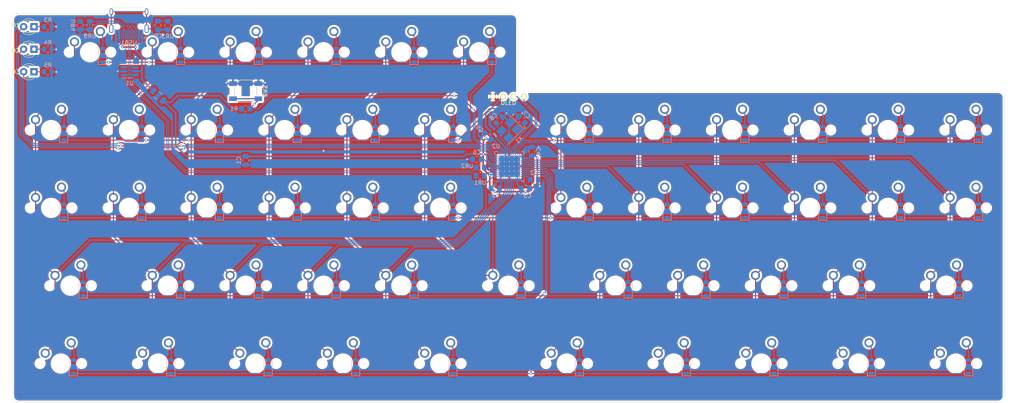
<source format=kicad_pcb>
(kicad_pcb (version 20211014) (generator pcbnew)
  (layers (0 "F.Cu" mixed) (31 "B.Cu" mixed) (34 "B.Paste" user) (35 "F.Paste" user) (36 "B.SilkS" user "B.Silkscreen") (37 "F.SilkS" user "F.Silkscreen") (38 "B.Mask" user) (39 "F.Mask" user) (44 "Edge.Cuts" user))
  (net 0 "")
  (net 1 "row0")
  (net 2 "Net-(D_SPACE1-Pad2)")
  (net 3 "Net-(D_SPACE2-Pad2)")
  (net 4 "Net-(D_SPACE3-Pad2)")
  (net 5 "Net-(D_SPACE4-Pad2)")
  (net 6 "Net-(D_SPACE5-Pad2)")
  (net 7 "Net-(D_SPACE6-Pad2)")
  (net 8 "Net-(D_SPACE8-Pad2)")
  (net 9 "Net-(D_SPACE9-Pad2)")
  (net 10 "Net-(D_SPACE10-Pad2)")
  (net 11 "Net-(D_SPACE11-Pad2)")
  (net 12 "Net-(D_SPACE12-Pad2)")
  (net 13 "Net-(D_SPACE13-Pad2)")
  (net 14 "row1")
  (net 15 "Net-(D_SPACE14-Pad2)")
  (net 16 "Net-(D_SPACE15-Pad2)")
  (net 17 "Net-(D_SPACE16-Pad2)")
  (net 18 "Net-(D_SPACE17-Pad2)")
  (net 19 "Net-(D_SPACE18-Pad2)")
  (net 20 "Net-(D_SPACE19-Pad2)")
  (net 21 "Net-(D_SPACE21-Pad2)")
  (net 22 "Net-(D_SPACE22-Pad2)")
  (net 23 "Net-(D_SPACE23-Pad2)")
  (net 24 "Net-(D_SPACE24-Pad2)")
  (net 25 "Net-(D_SPACE25-Pad2)")
  (net 26 "Net-(D_SPACE26-Pad2)")
  (net 27 "Net-(D_SPACE27-Pad2)")
  (net 28 "Net-(D_SPACE28-Pad2)")
  (net 29 "Net-(D_SPACE29-Pad2)")
  (net 30 "Net-(D_SPACE30-Pad2)")
  (net 31 "Net-(D_SPACE31-Pad2)")
  (net 32 "Net-(D_SPACE32-Pad2)")
  (net 33 "Net-(D_SPACE39-Pad2)")
  (net 34 "Net-(D_SPACE35-Pad2)")
  (net 35 "Net-(D_SPACE36-Pad2)")
  (net 36 "Net-(D_SPACE37-Pad2)")
  (net 37 "Net-(D_SPACE38-Pad2)")
  (net 38 "row3")
  (net 39 "Net-(D_SPACE40-Pad2)")
  (net 40 "Net-(D_SPACE41-Pad2)")
  (net 41 "Net-(D_SPACE42-Pad2)")
  (net 42 "Net-(D_SPACE43-Pad2)")
  (net 43 "Net-(D_SPACE44-Pad2)")
  (net 44 "Net-(D_SPACE45-Pad2)")
  (net 45 "Net-(D_SPACE46-Pad2)")
  (net 46 "Net-(D_SPACE47-Pad2)")
  (net 47 "VCC")
  (net 48 "col0")
  (net 49 "col1")
  (net 50 "col2")
  (net 51 "col3")
  (net 52 "col4")
  (net 53 "col5")
  (net 54 "col7")
  (net 55 "col8")
  (net 56 "col9")
  (net 57 "col10")
  (net 58 "col11")
  (net 59 "col12")
  (net 60 "RST")
  (net 61 "D-")
  (net 62 "D+")
  (net 63 "Net-(C0-Pad2)")
  (net 64 "Net-(UR4-Pad1)")
  (net 65 "Net-(UR5-Pad1)")
  (net 68 "SCL")
  (net 69 "SDA")
  (net 72 "Net-(U2-Pad3)")
  (net 73 "Net-(U2-Pad4)")
  (net 74 "Net-(C7-Pad1)")
  (net 75 "Net-(C8-Pad1)")
  (net 76 "Net-(C6-Pad1)")
  (net 77 "Net-(R2-Pad2)")
  (net 78 "row2")
  (net 79 "GND")
  (net 80 "+5V")
  (net 81 "Net-(D_SPACE7-Pad2)")
  (net 82 "Net-(D_SPACE20-Pad2)")
  (net 83 "row4")
  (net 84 "Net-(D_SPACE33-Pad2)")
  (net 85 "Net-(D_SPACE34-Pad2)")
  (net 86 "Net-(D_SPACE48-Pad2)")
  (net 87 "Net-(D_SPACE49-Pad2)")
  (net 88 "Net-(D_SPACE50-Pad2)")
  (net 89 "Net-(D_SPACE51-Pad2)")
  (net 90 "Net-(D1-Pad1)")
  (net 91 "LED_1")
  (net 92 "Net-(D2-Pad1)")
  (net 93 "LED_2")
  (net 94 "Net-(D3-Pad1)")
  (net 95 "LED_3")
  (footprint "MX_Only:MXOnly-1U-NoLED" (layer "F.Cu") (at 102.39375 104.4575)
    (fp_text reference "K_SPACE30")
    (fp_text value "KEYSW")
  )
  (footprint "MX_Only:MXOnly-1.25U-NoLED" (layer "F.Cu") (at 61.9125 123.5075)
    (fp_text reference "K_SPACE40")
    (fp_text value "KEYSW")
  )
  (footprint "MX_Only:MXOnly-1U-NoLED" (layer "F.Cu") (at 121.44375 104.4575)
    (fp_text reference "K_SPACE31")
    (fp_text value "KEYSW")
  )
  (footprint "MX_Only:MXOnly-1U-NoLED" (layer "F.Cu") (at 230.98125 104.4575)
    (fp_text reference "K_SPACE38")
    (fp_text value "KEYSW")
  )
  (footprint "MX_Only:MXOnly-1U-NoLED" (layer "F.Cu") (at 183.35625 85.4075)
    (fp_text reference "K_SPACE22")
    (fp_text value "KEYSW")
  )
  (footprint "MX_Only:MXOnly-1U-NoLED" (layer "F.Cu") (at 221.45625 66.3575)
    (fp_text reference "K_SPACE11")
    (fp_text value "KEYSW")
  )
  (footprint "MX_Only:MXOnly-1U-NoLED" (layer "F.Cu") (at 107.15625 123.5075)
    (fp_text reference "K_SPACE42")
    (fp_text value "KEYSW")
  )
  (footprint "MX_Only:MXOnly-1U-NoLED" (layer "F.Cu") (at 35.71875 66.3575)
    (fp_text reference "K_SPACE1")
    (fp_text value "KEYSW")
  )
  (footprint "MX_Only:MXOnly-1U-NoLED" (layer "F.Cu") (at 140.49375 47.3075)
    (fp_text reference "K_SPACE51")
    (fp_text value "KEYSW")
  )
  (footprint "Button_Switch_SMD:SW_SPST_SKQG_WithoutStem" (layer "F.Cu") (at 83.34375 56.8325)
    (fp_text reference "SW2")
    (fp_text value "SW_PUSH")
  )
  (footprint "MX_Only:MXOnly-1.25U-NoLED" (layer "F.Cu") (at 209.55 123.5075)
    (fp_text reference "K_SPACE46")
    (fp_text value "KEYSW")
  )
  (footprint "MX_Only:MXOnly-1U-NoLED" (layer "F.Cu") (at 240.50625 66.3575)
    (fp_text reference "K_SPACE12")
    (fp_text value "KEYSW")
  )
  (footprint "MX_Only:MXOnly-1U-NoLED" (layer "F.Cu") (at 54.76875 66.3575)
    (fp_text reference "K_SPACE2")
    (fp_text value "KEYSW")
  )
  (footprint "MX_Only:MXOnly-1U-NoLED" (layer "F.Cu") (at 121.44375 47.3075)
    (fp_text reference "K_SPACE50")
    (fp_text value "KEYSW")
  )
  (footprint "LED_THT:LED_D3.0mm" (layer "F.Cu") (at 31.529966 52.092637 180)
    (fp_text reference "D3")
    (fp_text value "LED")
  )
  (footprint "MX_Only:MXOnly-1U-NoLED" (layer "F.Cu") (at 202.40625 66.3575)
    (fp_text reference "K_SPACE10")
    (fp_text value "KEYSW")
  )
  (footprint "MX_Only:MXOnly-1U-NoLED" (layer "F.Cu") (at 211.93125 104.4575)
    (fp_text reference "K_SPACE37")
    (fp_text value "KEYSW")
  )
  (footprint "MX_Only:MXOnly-1U-NoLED" (layer "F.Cu") (at 45.24375 47.3075)
    (fp_text reference "K_SPACE34")
    (fp_text value "KEYSW")
  )
  (footprint "MX_Only:MXOnly-1.25U-NoLED" (layer "F.Cu") (at 257.175 123.5075)
    (fp_text reference "K_SPACE33")
    (fp_text value "KEYSW")
  )
  (footprint "MX_Only:MXOnly-1U-NoLED" (layer "F.Cu") (at 221.45625 85.4075)
    (fp_text reference "K_SPACE24")
    (fp_text value "KEYSW")
  )
  (footprint "MX_Only:MXOnly-1U-NoLED" (layer "F.Cu") (at 183.35625 66.3575)
    (fp_text reference "K_SPACE9")
    (fp_text value "KEYSW")
  )
  (footprint "MX_Only:MXOnly-1U-NoLED" (layer "F.Cu") (at 54.76875 85.4075)
    (fp_text reference "K_SPACE15")
    (fp_text value "KEYSW")
  )
  (footprint "MX_Only:MXOnly-1U-NoLED" (layer "F.Cu") (at 83.34375 47.3075)
    (fp_text reference "K_SPACE48")
    (fp_text value "KEYSW")
  )
  (footprint "MX_Only:MXOnly-1U-NoLED" (layer "F.Cu") (at 92.86875 85.4075)
    (fp_text reference "K_SPACE17")
    (fp_text value "KEYSW")
  )
  (footprint "MX_Only:MXOnly-1.25U-NoLED" (layer "F.Cu") (at 85.725 123.5075)
    (fp_text reference "K_SPACE41")
    (fp_text value "KEYSW")
  )
  (footprint "LED_THT:LED_D3.0mm" (layer "F.Cu") (at 31.529966 46.571537 180)
    (fp_text reference "D2")
    (fp_text value "LED")
  )
  (footprint "MX_Only:MXOnly-1U-NoLED" (layer "F.Cu") (at 73.81875 85.4075)
    (fp_text reference "K_SPACE16")
    (fp_text value "KEYSW")
  )
  (footprint "MX_Only:MXOnly-1U-NoLED" (layer "F.Cu") (at 240.50625 85.4075)
    (fp_text reference "K_SPACE25")
    (fp_text value "KEYSW")
  )
  (footprint "MX_Only:MXOnly-1U-NoLED" (layer "F.Cu") (at 164.30625 85.4075)
    (fp_text reference "K_SPACE21")
    (fp_text value "KEYSW")
  )
  (footprint "MX_Only:MXOnly-1U-NoLED" (layer "F.Cu") (at 64.29375 104.4575)
    (fp_text reference "K_SPACE28")
    (fp_text value "KEYSW")
  )
  (footprint "MX_Only:MXOnly-1.5U-NoLED" (layer "F.Cu") (at 130.96875 123.5075)
    (fp_text reference "K_SPACE43")
    (fp_text value "KEYSW")
  )
  (footprint "MX_Only:MXOnly-1U-NoLED" (layer "F.Cu") (at 173.83125 104.4575)
    (fp_text reference "K_SPACE35")
    (fp_text value "KEYSW")
  )
  (footprint "MX_Only:MXOnly-1U-NoLED" (layer "F.Cu") (at 130.96875 66.3575)
    (fp_text reference "K_SPACE6")
    (fp_text value "KEYSW")
  )
  (footprint "MX_Only:MXOnly-1U-NoLED" (layer "F.Cu") (at 35.71875 85.4075)
    (fp_text reference "K_SPACE14")
    (fp_text value "KEYSW")
  )
  (footprint "MX_Only:MXOnly-1U-NoLED" (layer "F.Cu") (at 102.39375 47.3075)
    (fp_text reference "K_SPACE49")
    (fp_text value "KEYSW")
  )
  (footprint "LED_THT:LED_D3.0mm" (layer "F.Cu") (at 31.529966 41.050437 180)
    (fp_text reference "D1")
    (fp_text value "LED")
  )
  (footprint "MX_Only:MXOnly-1.5U-NoLED" (layer "F.Cu") (at 40.48125 104.4575)
    (fp_text reference "K_SPACE7")
    (fp_text value "KEYSW")
  )
  (footprint "MX_Only:MXOnly-1U-NoLED" (layer "F.Cu") (at 73.81875 66.3575)
    (fp_text reference "K_SPACE3")
    (fp_text value "KEYSW")
  )
  (footprint "MX_Only:MXOnly-1U-NoLED" (layer "F.Cu") (at 130.96875 85.4075)
    (fp_text reference "K_SPACE19")
    (fp_text value "KEYSW")
  )
  (footprint "MX_Only:MXOnly-1U-NoLED" (layer "F.Cu") (at 259.55625 66.3575)
    (fp_text reference "K_SPACE13")
    (fp_text value "KEYSW")
  )
  (footprint "MX_Only:MXOnly-1U-NoLED" (layer "F.Cu") (at 111.91875 66.3575)
    (fp_text reference "K_SPACE5")
    (fp_text value "KEYSW")
  )
  (footprint "MX_Only:MXOnly-1U-NoLED" (layer "F.Cu") (at 259.55625 85.4075)
    (fp_text reference "K_SPACE26")
    (fp_text value "KEYSW")
  )
  (footprint "MX_Only:MXOnly-1U-NoLED" (layer "F.Cu") (at 64.29375 47.3075)
    (fp_text reference "K_SPACE39")
    (fp_text value "KEYSW")
  )
  (footprint "MX_Only:MXOnly-1.5U-NoLED" (layer "F.Cu") (at 254.79375 104.4575)
    (fp_text reference "K_SPACE20")
    (fp_text value "KEYSW")
  )
  (footprint "MX_Only:MXOnly-1U-NoLED" (layer "F.Cu") (at 192.88125 104.4575)
    (fp_text reference "K_SPACE36")
    (fp_text value "KEYSW")
  )
  (footprint "MX_Only:MXOnly-1.75U-NoLED" (layer "F.Cu") (at 161.925 123.5075)
    (fp_text reference "K_SPACE44")
    (fp_text value "KEYSW")
  )
  (footprint "kbd:OLED_v2" (layer "F.Cu") (at 147.6375 58.1525 180)
    (fp_text reference "OL1")
    (fp_text value "OLED" hide)
  )
  (footprint "MX_Only:MXOnly-1.25U-NoLED" (layer "F.Cu") (at 38.1 123.5075)
    (fp_text reference "K_SPACE27")
    (fp_text value "KEYSW")
  )
  (footprint "MX_Only:MXOnly-1.25U-NoLED" (layer "F.Cu") (at 233.3625 123.5075)
    (fp_text reference "K_SPACE47")
    (fp_text value "KEYSW")
  )
  (footprint "MX_Only:MXOnly-1U-NoLED" (layer "F.Cu") (at 111.91875 85.4075)
    (fp_text reference "K_SPACE18")
    (fp_text value "KEYSW")
  )
  (footprint "MX_Only:MXOnly-1U-NoLED" (layer "F.Cu") (at 188.11875 123.5075)
    (fp_text reference "K_SPACE45")
    (fp_text value "KEYSW")
  )
  (footprint "MX_Only:MXOnly-1U-NoLED" (layer "F.Cu") (at 164.30625 66.3575)
    (fp_text reference "K_SPACE8")
    (fp_text value "KEYSW")
  )
  (footprint "MX_Only:MXOnly-1.75U-NoLED" (layer "F.Cu") (at 147.6375 104.4575)
    (fp_text reference "K_SPACE32")
    (fp_text value "KEYSW")
  )
  (footprint "MX_Only:MXOnly-1U-NoLED" (layer "F.Cu") (at 83.34375 104.4575)
    (fp_text reference "K_SPACE29")
    (fp_text value "KEYSW")
  )
  (footprint "MX_Only:MXOnly-1U-NoLED" (layer "F.Cu") (at 202.40625 85.4075)
    (fp_text reference "K_SPACE23")
    (fp_text value "KEYSW")
  )
  (footprint "MX_Only:MXOnly-1U-NoLED" (layer "F.Cu") (at 92.86875 66.3575)
    (fp_text reference "K_SPACE4")
    (fp_text value "KEYSW")
  )
  (footprint "Diode_SMD:D_SOD-123" (layer "B.Cu") (at 86.44438 105.25125 90)
    (fp_text reference "D_SPACE29")
    (fp_text value "D")
  )
  (footprint "Resistor_SMD:R_0805_2012Metric" (layer "B.Cu") (at 34.925 46.571537 180)
    (fp_text reference "R4")
    (fp_text value "330")
  )
  (footprint "Diode_SMD:D_SOD-123" (layer "B.Cu") (at 124.545956 48.10125 90)
    (fp_text reference "D_SPACE50")
    (fp_text value "D")
  )
  (footprint "Resistor_SMD:R_0805_2012Metric_Pad1.20x1.40mm_HandSolder" (layer "B.Cu") (at 140.73 75.528753)
    (fp_text reference "UR2")
    (fp_text value "22")
  )
  (footprint "Crystal:Crystal_SMD_3225-4Pin_3.2x2.5mm_HandSoldering" (layer "B.Cu") (at 147.84375 66.3575 -135)
    (fp_text reference "X1")
    (fp_text value "Crystal_GND24_Small")
  )
  (footprint "Capacitor_SMD:C_0805_2012Metric_Pad1.18x1.45mm_HandSolder" (layer "B.Cu") (at 61.87683 40.72255 90)
    (fp_text reference "C0")
    (fp_text value "4.7uF")
  )
  (footprint "Diode_SMD:D_SOD-123" (layer "B.Cu") (at 105.495168 105.25125 90)
    (fp_text reference "D_SPACE30")
    (fp_text value "D")
  )
  (footprint "Diode_SMD:D_SOD-123" (layer "B.Cu") (at 165.030876 124.30125 90)
    (fp_text reference "D_SPACE44")
    (fp_text value "D")
  )
  (footprint "Diode_SMD:D_SOD-123" (layer "B.Cu") (at 262.657762 86.20125 90)
    (fp_text reference "D_SPACE26")
    (fp_text value "D")
  )
  (footprint "Diode_SMD:D_SOD-123" (layer "B.Cu") (at 186.457762 86.20125 90)
    (fp_text reference "D_SPACE22")
    (fp_text value "D")
  )
  (footprint "Diode_SMD:D_SOD-123" (layer "B.Cu") (at 76.912189 86.20125 90)
    (fp_text reference "D_SPACE16")
    (fp_text value "D")
  )
  (footprint "Diode_SMD:D_SOD-123" (layer "B.Cu") (at 262.657762 67.15125 90)
    (fp_text reference "D_SPACE13")
    (fp_text value "D")
  )
  (footprint "Diode_SMD:D_SOD-123" (layer "B.Cu") (at 134.068021 124.30125 90)
    (fp_text reference "D_SPACE43")
    (fp_text value "D")
  )
  (footprint "Diode_SMD:D_SOD-123" (layer "B.Cu") (at 191.214166 124.30125 90)
    (fp_text reference "D_SPACE45")
    (fp_text value "D")
  )
  (footprint "Diode_SMD:D_SOD-123" (layer "B.Cu") (at 48.343592 48.10125 90)
    (fp_text reference "D_SPACE33")
    (fp_text value "D")
  )
  (footprint "Capacitor_SMD:C_0805_2012Metric_Pad1.18x1.45mm_HandSolder" (layer "B.Cu") (at 144.425 80.645)
    (fp_text reference "C2")
    (fp_text value "0.1uf")
  )
  (footprint "Diode_SMD:D_SOD-123" (layer "B.Cu") (at 260.272325 124.30125 90)
    (fp_text reference "D_SPACE20")
    (fp_text value "D")
  )
  (footprint "Diode_SMD:D_SOD-123" (layer "B.Cu") (at 67.393592 48.10125 90)
    (fp_text reference "D_SPACE34")
    (fp_text value "D")
  )
  (footprint "Diode_SMD:D_SOD-123" (layer "B.Cu") (at 41.195742 124.30125 90)
    (fp_text reference "D_SPACE7")
    (fp_text value "D")
  )
  (footprint "Resistor_SMD:R_0805_2012Metric_Pad1.20x1.40mm_HandSolder" (layer "B.Cu") (at 153.942541 78.474835 180)
    (fp_text reference "R2")
    (fp_text value "10k")
  )
  (footprint "Diode_SMD:D_SOD-123" (layer "B.Cu") (at 243.607762 86.20125 90)
    (fp_text reference "D_SPACE25")
    (fp_text value "D")
  )
  (footprint "Package_DFN_QFN:QFN-44-1EP_7x7mm_P0.5mm_EP5.2x5.2mm_ThermalVias" (layer "B.Cu") (at 147.84375 75.247322)
    (fp_text reference "U2")
    (fp_text value "ATmega32U4-M")
  )
  (footprint "Diode_SMD:D_SOD-123" (layer "B.Cu") (at 67.393592 105.25125 90)
    (fp_text reference "D_SPACE28")
    (fp_text value "D")
  )
  (footprint "Diode_SMD:D_SOD-123" (layer "B.Cu") (at 257.887642 105.25125 90)
    (fp_text reference "D_SPACE39")
    (fp_text value "D")
  )
  (footprint "Button_Switch_SMD:SW_SPST_SKQG_WithoutStem" (layer "B.Cu") (at 83.34375 56.8325 180)
    (fp_text reference "SW1")
    (fp_text value "SW_PUSH")
  )
  (footprint "Capacitor_SMD:C_0805_2012Metric_Pad1.18x1.45mm_HandSolder" (layer "B.Cu") (at 145.4625 63.97625 45)
    (fp_text reference "C8")
    (fp_text value "22p")
  )
  (footprint "Resistor_SMD:R_0805_2012Metric" (layer "B.Cu") (at 34.925 52.092637 180)
    (fp_text reference "R5")
    (fp_text value "330")
  )
  (footprint "Diode_SMD:D_SOD-123" (layer "B.Cu") (at 57.862885 67.15125 90)
    (fp_text reference "D_SPACE2")
    (fp_text value "D")
  )
  (footprint "Capacitor_SMD:C_0805_2012Metric_Pad1.18x1.45mm_HandSolder" (layer "B.Cu") (at 139.90625 73.50125 180)
    (fp_text reference "C6")
    (fp_text value "1uf")
  )
  (footprint "Diode_SMD:D_SOD-123" (layer "B.Cu") (at 38.813581 86.20125 90)
    (fp_text reference "D_SPACE14")
    (fp_text value "D")
  )
  (footprint "Resistor_SMD:R_0805_2012Metric_Pad1.20x1.40mm_HandSolder" (layer "B.Cu") (at 64.25808 40.72255 -90)
    (fp_text reference "UR3")
    (fp_text value "1M")
  )
  (footprint "Diode_SMD:D_SOD-123" (layer "B.Cu") (at 212.645742 124.30125 90)
    (fp_text reference "D_SPACE46")
    (fp_text value "D")
  )
  (footprint "Diode_SMD:D_SOD-123" (layer "B.Cu") (at 224.557762 67.15125 90)
    (fp_text reference "D_SPACE11")
    (fp_text value "D")
  )
  (footprint "Capacitor_SMD:C_0805_2012Metric_Pad1.18x1.45mm_HandSolder" (layer "B.Cu") (at 153.384299 71.578804 90)
    (fp_text reference "C4")
    (fp_text value "0.1uf")
  )
  (footprint "Diode_SMD:D_SOD-123" (layer "B.Cu") (at 95.961493 67.15125 90)
    (fp_text reference "D_SPACE4")
    (fp_text value "D")
  )
  (footprint "Diode_SMD:D_SOD-123" (layer "B.Cu") (at 167.407762 67.15125 90)
    (fp_text reference "D_SPACE8")
    (fp_text value "D")
  )
  (footprint "Capacitor_SMD:C_0805_2012Metric_Pad1.18x1.45mm_HandSolder" (layer "B.Cu") (at 83.34375 73.81875 -90)
    (fp_text reference "C1")
    (fp_text value "10uF")
  )
  (footprint "Diode_SMD:D_SOD-123" (layer "B.Cu") (at 134.060102 86.20125 90)
    (fp_text reference "D_SPACE19")
    (fp_text value "D")
  )
  (footprint "Diode_SMD:D_SOD-123" (layer "B.Cu") (at 110.262849 124.30125 90)
    (fp_text reference "D_SPACE42")
    (fp_text value "D")
  )
  (footprint "Resistor_SMD:R_0805_2012Metric_Pad1.20x1.40mm_HandSolder" (layer "B.Cu") (at 42.82683 40.72255 -90)
    (fp_text reference "UR4")
    (fp_text value "5.1k")
  )
  (footprint "Diode_SMD:D_SOD-123" (layer "B.Cu") (at 243.607762 67.15125 90)
    (fp_text reference "D_SPACE12")
    (fp_text value "D")
  )
  (footprint "Diode_SMD:D_SOD-123" (layer "B.Cu") (at 205.507762 86.20125 90)
    (fp_text reference "D_SPACE23")
    (fp_text value "D")
  )
  (footprint "Resistor_SMD:R_0805_2012Metric" (layer "B.Cu") (at 34.925 41.050437 180)
    (fp_text reference "R3")
    (fp_text value "330")
  )
  (footprint "Diode_SMD:D_SOD-123" (layer "B.Cu") (at 195.98661 105.25125 90)
    (fp_text reference "D_SPACE36")
    (fp_text value "D")
  )
  (footprint "Resistor_SMD:R_0805_2012Metric_Pad1.20x1.40mm_HandSolder" (layer "B.Cu") (at 45.20808 40.72255 -90)
    (fp_text reference "UR5")
    (fp_text value "5.1k")
  )
  (footprint "Type-C:HRO-TYPE-C-31-M-12-HandSoldering" (layer "B.Cu") (at 54.76875 34.777334)
    (fp_text reference "USB1")
    (fp_text value "HRO-TYPE-C-31-M-12")
  )
  (footprint "Diode_SMD:D_SOD-123" (layer "B.Cu") (at 150.74523 105.25125 90)
    (fp_text reference "D_SPACE32")
    (fp_text value "D")
  )
  (footprint "Diode_SMD:D_SOD-123" (layer "B.Cu") (at 76.912189 67.15125 90)
    (fp_text reference "D_SPACE3")
    (fp_text value "D")
  )
  (footprint "Diode_SMD:D_SOD-123" (layer "B.Cu") (at 224.557762 86.20125 90)
    (fp_text reference "D_SPACE24")
    (fp_text value "D")
  )
  (footprint "Diode_SMD:D_SOD-123" (layer "B.Cu") (at 124.545956 105.25125 90)
    (fp_text reference "D_SPACE31")
    (fp_text value "D")
  )
  (footprint "Diode_SMD:D_SOD-123" (layer "B.Cu") (at 215.0374 105.25125 90)
    (fp_text reference "D_SPACE37")
    (fp_text value "D")
  )
  (footprint "Package_TO_SOT_SMD:SOT-23-6_Handsoldering" (layer "B.Cu") (at 54.938348 51.960315)
    (fp_text reference "U1")
    (fp_text value "SRV05-4")
  )
  (footprint "Capacitor_SMD:C_0805_2012Metric_Pad1.18x1.45mm_HandSolder" (layer "B.Cu") (at 150.896751 63.854251 135)
    (fp_text reference "C7")
    (fp_text value "22p")
  )
  (footprint "Diode_SMD:D_SOD-123" (layer "B.Cu") (at 234.08819 105.25125 90)
    (fp_text reference "D_SPACE38")
    (fp_text value "D")
  )
  (footprint "Diode_SMD:D_SOD-123" (layer "B.Cu") (at 205.507762 67.15125 90)
    (fp_text reference "D_SPACE10")
    (fp_text value "D")
  )
  (footprint "Diode_SMD:D_SOD-123" (layer "B.Cu") (at 134.060102 67.15125 90)
    (fp_text reference "D_SPACE6")
    (fp_text value "D")
  )
  (footprint "Fuse:Fuse_1206_3216Metric_Pad1.42x1.75mm_HandSolder" (layer "B.Cu") (at 61.9125 57.94375 -45)
    (fp_text reference "F1")
    (fp_text value "Polyfuse_Small")
  )
  (footprint "Diode_SMD:D_SOD-123" (layer "B.Cu") (at 115.010797 67.15125 90)
    (fp_text reference "D_SPACE5")
    (fp_text value "D")
  )
  (footprint "Diode_SMD:D_SOD-123" (layer "B.Cu") (at 43.574596 105.25125 90)
    (fp_text reference "D_SPACE27")
    (fp_text value "D")
  )
  (footprint "Diode_SMD:D_SOD-123" (layer "B.Cu") (at 88.829548 124.30125 90)
    (fp_text reference "D_SPACE41")
    (fp_text value "D")
  )
  (footprint "Diode_SMD:D_SOD-123" (layer "B.Cu") (at 176.93582 105.25125 90)
    (fp_text reference "D_SPACE35")
    (fp_text value "D")
  )
  (footprint "Diode_SMD:D_SOD-123" (layer "B.Cu") (at 167.407762 86.20125 90)
    (fp_text reference "D_SPACE21")
    (fp_text value "D")
  )
  (footprint "Diode_SMD:D_SOD-123" (layer "B.Cu") (at 105.495168 48.10125 90)
    (fp_text reference "D_SPACE49")
    (fp_text value "D")
  )
  (footprint "Diode_SMD:D_SOD-123" (layer "B.Cu") (at 115.010797 86.20125 90)
    (fp_text reference "D_SPACE18")
    (fp_text value "D")
  )
  (footprint "Diode_SMD:D_SOD-123" (layer "B.Cu") (at 186.457762 67.15125 90)
    (fp_text reference "D_SPACE9")
    (fp_text value "D")
  )
  (footprint "Resistor_SMD:R_0805_2012Metric_Pad1.20x1.40mm_HandSolder" (layer "B.Cu") (at 140.73 77.560753)
    (fp_text reference "UR1")
    (fp_text value "22")
  )
  (footprint "Resistor_SMD:R_0805_2012Metric_Pad1.20x1.40mm_HandSolder" (layer "B.Cu") (at 83.34375 61.11875 180)
    (fp_text reference "R1")
    (fp_text value "10k")
  )
  (footprint "Diode_SMD:D_SOD-123" (layer "B.Cu") (at 95.961493 86.20125 90)
    (fp_text reference "D_SPACE17")
    (fp_text value "D")
  )
  (footprint "Diode_SMD:D_SOD-123" (layer "B.Cu") (at 57.862885 86.20125 90)
    (fp_text reference "D_SPACE15")
    (fp_text value "D")
  )
  (footprint "Diode_SMD:D_SOD-123" (layer "B.Cu") (at 143.595956 48.10125 90)
    (fp_text reference "D_SPACE51")
    (fp_text value "D")
  )
  (footprint "Diode_SMD:D_SOD-123" (layer "B.Cu") (at 86.44438 48.10125 90)
    (fp_text reference "D_SPACE48")
    (fp_text value "D")
  )
  (footprint "Diode_SMD:D_SOD-123" (layer "B.Cu") (at 38.813581 67.15125 90)
    (fp_text reference "D_SPACE1")
    (fp_text value "D")
  )
  (footprint "Capacitor_SMD:C_0805_2012Metric_Pad1.18x1.45mm_HandSolder" (layer "B.Cu") (at 142.597634 67.932594 135)
    (fp_text reference "C5")
    (fp_text value "0.1uf")
  )
  (footprint "Capacitor_SMD:C_0805_2012Metric_Pad1.18x1.45mm_HandSolder" (layer "B.Cu") (at 151.8125 80.645 180)
    (fp_text reference "C3")
    (fp_text value "0.1uf")
  )
  (footprint "Diode_SMD:D_SOD-123" (layer "B.Cu") (at 65.014113 124.30125 90)
    (fp_text reference "D_SPACE40")
    (fp_text value "D")
  )
  (footprint "Diode_SMD:D_SOD-123" (layer "B.Cu") (at 236.464395 124.30125 90)
    (fp_text reference "D_SPACE47")
    (fp_text value "D")
  )
  (gr_arc (start 269.08125 131.445) (mid 268.616282 132.567532) (end 267.49375 133.0325) (layer "Edge.Cuts") (width 0.05))
  (gr_line (start 50.26025 36.3855) (end 59.15025 36.3855) (layer "Edge.Cuts") (width 0.05))
  (gr_arc (start 267.49375 56.8325) (mid 268.616282 57.297468) (end 269.08125 58.42) (layer "Edge.Cuts") (width 0.05))
  (gr_line (start 267.49375 133.0325) (end 27.78125 133.0325) (layer "Edge.Cuts") (width 0.05))
  (gr_line (start 269.08125 58.42) (end 269.08125 131.445) (layer "Edge.Cuts") (width 0.05))
  (gr_arc (start 26.19375 39.37) (mid 26.658718 38.247468) (end 27.78125 37.7825) (layer "Edge.Cuts") (width 0.05))
  (gr_line (start 60.54725 37.7825) (end 148.43125 37.7825) (layer "Edge.Cuts") (width 0.05))
  (gr_line (start 26.19375 131.445) (end 26.19375 39.37) (layer "Edge.Cuts") (width 0.05))
  (gr_arc (start 27.78125 133.0325) (mid 26.658718 132.567532) (end 26.19375 131.445) (layer "Edge.Cuts") (width 0.05))
  (gr_line (start 150.01875 56.8325) (end 267.49375 56.8325) (layer "Edge.Cuts") (width 0.05))
  (gr_line (start 150.01875 39.37) (end 150.01875 56.8325) (layer "Edge.Cuts") (width 0.05))
  (gr_arc (start 59.15025 36.3855) (mid 60.138078 36.794672) (end 60.54725 37.7825) (layer "Edge.Cuts") (width 0.05))
  (gr_line (start 27.78125 37.7825) (end 48.86325 37.7825) (layer "Edge.Cuts") (width 0.05))
  (gr_arc (start 148.43125 37.7825) (mid 149.553782 38.247468) (end 150.01875 39.37) (layer "Edge.Cuts") (width 0.05))
  (gr_arc (start 48.86325 37.7825) (mid 49.272422 36.794672) (end 50.26025 36.3855) (layer "Edge.Cuts") (width 0.05))
  (segment (start 158.75 68.886651) (end 158.580401 68.886651) (width 0.254) (layer "F.Cu") (net 1))
  (segment (start 135.37281 68.803359) (end 135.338067 68.803359) (width 0.254) (layer "F.Cu") (net 1))
  (segment (start 158.580401 68.886651) (end 150.8125 61.11875) (width 0.254) (layer "F.Cu") (net 1))
  (segment (start 58.977336 68.8317) (end 69.42985 68.8317) (width 0.254) (layer "F.Cu") (net 1))
  (segment (start 143.057419 61.11875) (end 135.37281 68.803359) (width 0.254) (layer "F.Cu") (net 1))
  (segment (start 58.967008 68.821372) (end 58.977336 68.8317) (width 0.254) (layer "F.Cu") (net 1))
  (segment (start 150.8125 61.11875) (end 143.057419 61.11875) (width 0.254) (layer "F.Cu") (net 1))
  (via (at 69.42985 68.8317) (size 0.6) (drill 0.4) (layers "F.Cu" "B.Cu") (net 1))
  (via (at 58.967008 68.821372) (size 0.6) (drill 0.4) (layers "F.Cu" "B.Cu") (net 1))
  (via (at 158.75 68.886651) (size 0.6) (drill 0.4) (layers "F.Cu" "B.Cu") (net 1))
  (via (at 135.338067 68.803359) (size 0.6) (drill 0.4) (layers "F.Cu" "B.Cu") (net 1))
  (segment (start 205.507762 68.80125) (end 224.557762 68.80125) (width 0.254) (layer "B.Cu") (net 1))
  (segment (start 58.946886 68.80125) (end 58.967008 68.821372) (width 0.254) (layer "B.Cu") (net 1))
  (segment (start 57.862885 68.80125) (end 58.946886 68.80125) (width 0.254) (layer "B.Cu") (net 1))
  (segment (start 115.010797 68.80125) (end 134.060102 68.80125) (width 0.254) (layer "B.Cu") (net 1))
  (segment (start 149.34375 71.099058) (end 151.556157 68.886651) (width 0.254) (layer "B.Cu") (net 1))
  (segment (start 76.912189 68.80125) (end 95.961493 68.80125) (width 0.254) (layer "B.Cu") (net 1))
  (segment (start 95.961493 68.80125) (end 115.010797 68.80125) (width 0.254) (layer "B.Cu") (net 1))
  (segment (start 149.34375 71.909822) (end 149.34375 71.099058) (width 0.254) (layer "B.Cu") (net 1))
  (segment (start 167.407762 68.80125) (end 186.457762 68.80125) (width 0.254) (layer "B.Cu") (net 1))
  (segment (start 38.813581 68.80125) (end 57.862885 68.80125) (width 0.254) (layer "B.Cu") (net 1))
  (segment (start 224.557762 68.80125) (end 243.607762 68.80125) (width 0.254) (layer "B.Cu") (net 1))
  (segment (start 69.42985 68.8317) (end 69.4603 68.80125) (width 0.254) (layer "B.Cu") (net 1))
  (segment (start 186.457762 68.80125) (end 205.507762 68.80125) (width 0.254) (layer "B.Cu") (net 1))
  (segment (start 158.75 68.886651) (end 167.322361 68.886651) (width 0.254) (layer "B.Cu") (net 1))
  (segment (start 135.335958 68.80125) (end 134.060102 68.80125) (width 0.254) (layer "B.Cu") (net 1))
  (segment (start 151.556157 68.886651) (end 158.75 68.886651) (width 0.254) (layer "B.Cu") (net 1))
  (segment (start 69.4603 68.80125) (end 76.912189 68.80125) (width 0.254) (layer "B.Cu") (net 1))
  (segment (start 243.607762 68.80125) (end 262.657762 68.80125) (width 0.254) (layer "B.Cu") (net 1))
  (segment (start 135.338067 68.803359) (end 135.335958 68.80125) (width 0.254) (layer "B.Cu") (net 1))
  (segment (start 38.89375 65.50125) (end 38.89375 61.9125) (width 0.254) (layer "B.Cu") (net 2))
  (segment (start 57.94375 65.50125) (end 57.94375 61.9125) (width 0.254) (layer "B.Cu") (net 3))
  (segment (start 76.99375 65.50125) (end 76.99375 61.9125) (width 0.254) (layer "B.Cu") (net 4))
  (segment (start 96.04375 65.50125) (end 96.04375 61.9125) (width 0.254) (layer "B.Cu") (net 5))
  (segment (start 115.09375 65.50125) (end 115.09375 61.9125) (width 0.254) (layer "B.Cu") (net 6))
  (segment (start 134.14375 65.50125) (end 134.14375 61.9125) (width 0.254) (layer "B.Cu") (net 7))
  (segment (start 167.407762 65.50125) (end 167.407762 61.839012) (width 0.254) (layer "B.Cu") (net 8))
  (segment (start 186.457762 65.50125) (end 186.457762 61.839012) (width 0.254) (layer "B.Cu") (net 9))
  (segment (start 205.507762 65.50125) (end 205.507762 61.839012) (width 0.254) (layer "B.Cu") (net 10))
  (segment (start 224.557762 65.50125) (end 224.557762 61.839012) (width 0.254) (layer "B.Cu") (net 11))
  (segment (start 243.607762 65.50125) (end 243.607762 61.839012) (width 0.254) (layer "B.Cu") (net 12))
  (segment (start 262.657762 65.50125) (end 262.657762 61.839012) (width 0.254) (layer "B.Cu") (net 13))
  (segment (start 157.942689 87.837689) (end 135.394548 87.837689) (width 0.254) (layer "F.Cu") (net 14))
  (segment (start 157.95625 87.85125) (end 157.942689 87.837689) (width 0.254) (layer "F.Cu") (net 14))
  (via (at 157.95625 87.85125) (size 0.6) (drill 0.4) (layers "F.Cu" "B.Cu") (net 14))
  (via (at 135.394548 87.837689) (size 0.6) (drill 0.4) (layers "F.Cu" "B.Cu") (net 14))
  (segment (start 224.557762 87.85125) (end 243.607762 87.85125) (width 0.254) (layer "B.Cu") (net 14))
  (segment (start 167.407762 87.85125) (end 186.457762 87.85125) (width 0.254) (layer "B.Cu") (net 14))
  (segment (start 157.95625 87.85125) (end 157.95625 77.7875) (width 0.254) (layer "B.Cu") (net 14))
  (segment (start 57.862885 87.85125) (end 76.912189 87.85125) (width 0.254) (layer "B.Cu") (net 14))
  (segment (start 205.507762 87.85125) (end 224.557762 87.85125) (width 0.254) (layer "B.Cu") (net 14))
  (segment (start 76.912189 87.85125) (end 95.961493 87.85125) (width 0.254) (layer "B.Cu") (net 14))
  (segment (start 95.961493 87.85125) (end 115.010797 87.85125) (width 0.254) (layer "B.Cu") (net 14))
  (segment (start 38.813581 87.85125) (end 57.862885 87.85125) (width 0.254) (layer "B.Cu") (net 14))
  (segment (start 157.95625 87.85125) (end 167.407762 87.85125) (width 0.254) (layer "B.Cu") (net 14))
  (segment (start 157.95625 77.7875) (end 156.416072 76.247322) (width 0.254) (layer "B.Cu") (net 14))
  (segment (start 243.607762 87.85125) (end 262.657762 87.85125) (width 0.254) (layer "B.Cu") (net 14))
  (segment (start 134.060102 87.85125) (end 135.380987 87.85125) (width 0.254) (layer "B.Cu") (net 14))
  (segment (start 156.416072 76.247322) (end 151.18125 76.247322) (width 0.254) (layer "B.Cu") (net 14))
  (segment (start 115.010797 87.85125) (end 134.060102 87.85125) (width 0.254) (layer "B.Cu") (net 14))
  (segment (start 135.380987 87.85125) (end 135.394548 87.837689) (width 0.254) (layer "B.Cu") (net 14))
  (segment (start 186.457762 87.85125) (end 205.507762 87.85125) (width 0.254) (layer "B.Cu") (net 14))
  (segment (start 38.89375 84.55125) (end 38.89375 80.9625) (width 0.254) (layer "B.Cu") (net 15))
  (segment (start 57.94375 84.55125) (end 57.94375 80.9625) (width 0.254) (layer "B.Cu") (net 16))
  (segment (start 76.99375 84.55125) (end 76.99375 80.9625) (width 0.254) (layer "B.Cu") (net 17))
  (segment (start 96.04375 84.55125) (end 96.04375 80.9625) (width 0.254) (layer "B.Cu") (net 18))
  (segment (start 115.09375 84.55125) (end 115.09375 80.9625) (width 0.254) (layer "B.Cu") (net 19))
  (segment (start 134.14375 84.55125) (end 134.14375 80.9625) (width 0.254) (layer "B.Cu") (net 20))
  (segment (start 167.407762 84.55125) (end 167.407762 80.889012) (width 0.254) (layer "B.Cu") (net 21))
  (segment (start 186.457762 84.55125) (end 186.457762 80.889012) (width 0.254) (layer "B.Cu") (net 22))
  (segment (start 205.507762 84.55125) (end 205.507762 80.889012) (width 0.254) (layer "B.Cu") (net 23))
  (segment (start 224.557762 84.55125) (end 224.557762 80.889012) (width 0.254) (layer "B.Cu") (net 24))
  (segment (start 243.607762 84.55125) (end 243.607762 80.889012) (width 0.254) (layer "B.Cu") (net 25))
  (segment (start 262.657762 84.55125) (end 262.657762 80.889012) (width 0.254) (layer "B.Cu") (net 26))
  (segment (start 43.574596 103.60125) (end 43.574596 99.930846) (width 0.254) (layer "B.Cu") (net 27))
  (segment (start 67.46875 103.60125) (end 67.46875 100.0125) (width 0.254) (layer "B.Cu") (net 28))
  (segment (start 86.51875 103.60125) (end 86.51875 100.0125) (width 0.254) (layer "B.Cu") (net 29))
  (segment (start 105.56875 103.60125) (end 105.56875 100.0125) (width 0.254) (layer "B.Cu") (net 30))
  (segment (start 124.61875 103.60125) (end 124.61875 100.0125) (width 0.254) (layer "B.Cu") (net 31))
  (segment (start 150.74523 103.60125) (end 150.74523 99.94523) (width 0.254) (layer "B.Cu") (net 32))
  (segment (start 257.887642 103.60125) (end 257.887642 99.931392) (width 0.254) (layer "B.Cu") (net 33))
  (segment (start 176.93582 103.60125) (end 176.93582 99.94207) (width 0.254) (layer "B.Cu") (net 34))
  (segment (start 195.98661 103.60125) (end 195.98661 99.94286) (width 0.254) (layer "B.Cu") (net 35))
  (segment (start 215.0374 103.60125) (end 215.0374 99.94365) (width 0.254) (layer "B.Cu") (net 36))
  (segment (start 234.08819 103.60125) (end 234.08819 99.94444) (width 0.254) (layer "B.Cu") (net 37))
  (segment (start 153.19375 109.49735) (end 153.19375 125.95125) (width 0.254) (layer "F.Cu") (net 38))
  (segment (start 156.36875 106.32235) (end 153.19375 109.49735) (width 0.254) (layer "F.Cu") (net 38))
  (via (at 153.19375 125.95125) (size 0.6) (drill 0.4) (layers "F.Cu" "B.Cu") (net 38))
  (via (at 156.36875 106.32235) (size 0.6) (drill 0.4) (layers "F.Cu" "B.Cu") (net 38))
  (segment (start 157.14441 86.756532) (end 157.14441 78.56316) (width 0.254) (layer "B.Cu") (net 38))
  (segment (start 134.068021 125.95125) (end 165.030876 125.95125) (width 0.254) (layer "B.Cu") (net 38))
  (segment (start 165.030876 125.95125) (end 191.214166 125.95125) (width 0.254) (layer "B.Cu") (net 38))
  (segment (start 88.829548 125.95125) (end 110.262849 125.95125) (width 0.254) (layer "B.Cu") (net 38))
  (segment (start 156.75658 87.144363) (end 156.875471 87.025471) (width 0.254) (layer "B.Cu") (net 38))
  (segment (start 41.275 125.95125) (end 65.0875 125.95125) (width 0.254) (layer "B.Cu") (net 38))
  (segment (start 110.262849 125.95125) (end 134.068021 125.95125) (width 0.254) (layer "B.Cu") (net 38))
  (segment (start 236.464395 125.95125) (end 260.272325 125.95125) (width 0.254) (layer "B.Cu") (net 38))
  (segment (start 191.214166 125.95125) (end 212.645742 125.95125) (width 0.254) (layer "B.Cu") (net 38))
  (segment (start 156.75658 105.93452) (end 156.75658 87.144363) (width 0.254) (layer "B.Cu") (net 38))
  (segment (start 65.014113 125.95125) (end 88.829548 125.95125) (width 0.254) (layer "B.Cu") (net 38))
  (segment (start 155.828572 77.247322) (end 151.18125 77.247322) (width 0.254) (layer "B.Cu") (net 38))
  (segment (start 212.645742 125.95125) (end 236.464395 125.95125) (width 0.254) (layer "B.Cu") (net 38))
  (segment (start 157.14441 78.56316) (end 155.828572 77.247322) (width 0.254) (layer "B.Cu") (net 38))
  (segment (start 156.875471 87.025471) (end 157.14441 86.756532) (width 0.254) (layer "B.Cu") (net 38))
  (segment (start 156.36875 106.32235) (end 156.75658 105.93452) (width 0.254) (layer "B.Cu") (net 38))
  (segment (start 65.0875 122.65125) (end 65.0875 119.0625) (width 0.254) (layer "B.Cu") (net 39))
  (segment (start 88.829548 122.65125) (end 88.829548 118.992048) (width 0.254) (layer "B.Cu") (net 40))
  (segment (start 110.262849 122.65125) (end 110.262849 118.994099) (width 0.254) (layer "B.Cu") (net 41))
  (segment (start 134.068021 122.65125) (end 134.068021 118.986771) (width 0.254) (layer "B.Cu") (net 42))
  (segment (start 165.030876 122.65125) (end 165.030876 118.993376) (width 0.254) (layer "B.Cu") (net 43))
  (segment (start 191.214166 122.65125) (end 191.214166 118.982916) (width 0.254) (layer "B.Cu") (net 44))
  (segment (start 212.645742 122.65125) (end 212.645742 118.983242) (width 0.254) (layer "B.Cu") (net 45))
  (segment (start 236.464395 122.65125) (end 236.464395 118.989395) (width 0.254) (layer "B.Cu") (net 46))
  (segment (start 53.18125 46.0375) (end 56.35625 46.0375) (width 0.381) (layer "F.Cu") (net 47))
  (via (at 53.18125 46.0375) (size 0.6) (drill 0.3) (layers "F.Cu" "B.Cu") (net 47))
  (via (at 56.35625 46.0375) (size 0.6) (drill 0.3) (layers "F.Cu" "B.Cu") (net 47))
  (segment (start 56.35625 45.175) (end 56.35625 46.0375) (width 0.381) (layer "B.Cu") (net 47))
  (segment (start 53.18125 45.175) (end 53.18125 46.0375) (width 0.381) (layer "B.Cu") (net 47))
  (segment (start 52.31875 44.3125) (end 53.18125 45.175) (width 0.381) (layer "B.Cu") (net 47))
  (segment (start 57.577185 51.960315) (end 57.94375 51.59375) (width 0.381) (layer "B.Cu") (net 47))
  (segment (start 57.21875 42.972334) (end 57.21875 44.3125) (width 0.381) (layer "B.Cu") (net 47))
  (segment (start 56.35625 46.83125) (end 57.94375 48.41875) (width 0.381) (layer "B.Cu") (net 47))
  (segment (start 56.35625 46.0375) (end 56.35625 46.83125) (width 0.381) (layer "B.Cu") (net 47))
  (segment (start 57.94375 53.975) (end 60.710418 56.741668) (width 0.381) (layer "B.Cu") (net 47))
  (segment (start 56.288348 51.960315) (end 57.577185 51.960315) (width 0.381) (layer "B.Cu") (net 47))
  (segment (start 57.94375 51.59375) (end 57.94375 53.975) (width 0.381) (layer "B.Cu") (net 47))
  (segment (start 57.94375 48.41875) (end 57.94375 51.59375) (width 0.381) (layer "B.Cu") (net 47))
  (segment (start 52.31875 42.972334) (end 52.31875 44.3125) (width 0.381) (layer "B.Cu") (net 47))
  (segment (start 57.21875 44.3125) (end 56.35625 45.175) (width 0.381) (layer "B.Cu") (net 47))
  (segment (start 41.43375 44.7675) (end 41.43375 53.718443) (width 0.254) (layer "F.Cu") (net 48))
  (segment (start 41.43375 53.718443) (end 31.621721 63.530472) (width 0.254) (layer "F.Cu") (net 48))
  (segment (start 36.67125 101.9175) (end 36.67125 118.58625) (width 0.254) (layer "F.Cu") (net 48))
  (segment (start 31.90875 97.155) (end 36.67125 101.9175) (width 0.254) (layer "F.Cu") (net 48))
  (segment (start 36.67125 118.58625) (end 34.29 120.9675) (width 0.254) (layer "F.Cu") (net 48))
  (segment (start 31.90875 82.8675) (end 31.90875 97.155) (width 0.254) (layer "F.Cu") (net 48))
  (segment (start 31.90875 63.8175) (end 31.90875 82.293443) (width 0.254) (layer "F.Cu") (net 48))
  (segment (start 142.119702 85.671127) (end 142.119702 79.538219) (width 0.254) (layer "B.Cu") (net 48))
  (segment (start 143.870421 77.7875) (end 144.4625 77.7875) (width 0.254) (layer "B.Cu") (net 48))
  (segment (start 134.508323 93.282506) (end 142.119702 85.671127) (width 0.254) (layer "B.Cu") (net 48))
  (segment (start 144.50625 77.747322) (end 144.50625 77.804443) (width 0.254) (layer "B.Cu") (net 48))
  (segment (start 142.119702 79.538219) (end 143.870421 77.7875) (width 0.254) (layer "B.Cu") (net 48))
  (segment (start 36.67125 101.9175) (end 45.306244 93.282506) (width 0.254) (layer "B.Cu") (net 48))
  (segment (start 45.306244 93.282506) (end 134.508323 93.282506) (width 0.254) (layer "B.Cu") (net 48))
  (segment (start 60.48375 54.2925) (end 50.95875 63.8175) (width 0.254) (layer "F.Cu") (net 49))
  (segment (start 60.48375 118.58625) (end 58.1025 120.9675) (width 0.254) (layer "F.Cu") (net 49))
  (segment (start 60.48375 101.9175) (end 60.48375 118.58625) (width 0.254) (layer "F.Cu") (net 49))
  (segment (start 60.48375 44.7675) (end 60.48375 54.2925) (width 0.254) (layer "F.Cu") (net 49))
  (segment (start 50.95875 82.8675) (end 50.95875 92.3925) (width 0.254) (layer "F.Cu") (net 49))
  (segment (start 50.95875 63.8175) (end 50.95875 82.8675) (width 0.254) (layer "F.Cu") (net 49))
  (segment (start 50.95875 92.3925) (end 60.48375 101.9175) (width 0.254) (layer "F.Cu") (net 49))
  (segment (start 146.84375 81.521139) (end 134.676461 93.688426) (width 0.254) (layer "B.Cu") (net 49))
  (segment (start 134.676461 93.688426) (end 68.712824 93.688426) (width 0.254) (layer "B.Cu") (net 49))
  (segment (start 146.84375 78.584822) (end 146.84375 81.521139) (width 0.254) (layer "B.Cu") (net 49))
  (segment (start 68.712824 93.688426) (end 60.48375 101.9175) (width 0.254) (layer "B.Cu") (net 49))
  (segment (start 79.53375 50.64125) (end 70.00875 60.16625) (width 0.254) (layer "F.Cu") (net 50))
  (segment (start 70.00875 60.16625) (end 70.00875 63.8175) (width 0.254) (layer "F.Cu") (net 50))
  (segment (start 79.53375 118.58625) (end 81.915 120.9675) (width 0.254) (layer "F.Cu") (net 50))
  (segment (start 70.00875 82.8675) (end 70.00875 92.3925) (width 0.254) (layer "F.Cu") (net 50))
  (segment (start 79.53375 101.9175) (end 79.53375 118.58625) (width 0.254) (layer "F.Cu") (net 50))
  (segment (start 79.53375 44.7675) (end 79.53375 50.64125) (width 0.254) (layer "F.Cu") (net 50))
  (segment (start 70.00875 92.3925) (end 79.53375 101.9175) (width 0.254) (layer "F.Cu") (net 50))
  (segment (start 70.00875 63.8175) (end 70.00875 82.8675) (width 0.254) (layer "F.Cu") (net 50))
  (segment (start 147.34375 79.643322) (end 147.345984 79.645556) (width 0.254) (layer "B.Cu") (net 50))
  (segment (start 147.345984 79.645556) (end 147.345984 81.592963) (width 0.254) (layer "B.Cu") (net 50))
  (segment (start 147.34375 78.584822) (end 147.34375 79.643322) (width 0.254) (layer "B.Cu") (net 50))
  (segment (start 147.345984 81.592963) (end 134.844599 94.094346) (width 0.254) (layer "B.Cu") (net 50))
  (segment (start 87.356904 94.094346) (end 79.53375 101.9175) (width 0.254) (layer "B.Cu") (net 50))
  (segment (start 134.844599 94.094346) (end 87.356904 94.094346) (width 0.254) (layer "B.Cu") (net 50))
  (segment (start 98.58375 44.7675) (end 98.58375 54.2925) (width 0.254) (layer "F.Cu") (net 51))
  (segment (start 89.05875 63.8175) (end 89.05875 82.8675) (width 0.254) (layer "F.Cu") (net 51))
  (segment (start 98.58375 116.205) (end 103.34625 120.9675) (width 0.254) (layer "F.Cu") (net 51))
  (segment (start 98.58375 54.2925) (end 89.05875 63.8175) (width 0.254) (layer "F.Cu") (net 51))
  (segment (start 98.58375 101.9175) (end 98.58375 116.205) (width 0.254) (layer "F.Cu") (net 51))
  (segment (start 89.05875 92.3925) (end 98.58375 101.9175) (width 0.254) (layer "F.Cu") (net 51))
  (segment (start 89.05875 82.8675) (end 89.05875 92.3925) (width 0.254) (layer "F.Cu") (net 51))
  (segment (start 147.84375 78.584822) (end 147.84375 81.669254) (width 0.254) (layer "B.Cu") (net 51))
  (segment (start 147.84375 81.669254) (end 134.986423 94.52658) (width 0.254) (layer "B.Cu") (net 51))
  (segment (start 105.97467 94.52658) (end 98.58375 101.9175) (width 0.254) (layer "B.Cu") (net 51))
  (segment (start 134.986423 94.52658) (end 105.97467 94.52658) (width 0.254) (layer "B.Cu") (net 51))
  (segment (start 117.63375 111.4425) (end 127.15875 120.9675) (width 0.254) (layer "F.Cu") (net 52))
  (segment (start 117.63375 54.2925) (end 108.10875 63.8175) (width 0.254) (layer "F.Cu") (net 52))
  (segment (start 108.10875 92.3925) (end 117.63375 101.9175) (width 0.254) (layer "F.Cu") (net 52))
  (segment (start 117.63375 44.7675) (end 117.63375 54.2925) (width 0.254) (layer "F.Cu") (net 52))
  (segment (start 117.63375 101.9175) (end 117.63375 111.4425) (width 0.254) (layer "F.Cu") (net 52))
  (segment (start 108.10875 63.8175) (end 108.10875 82.8675) (width 0.254) (layer "F.Cu") (net 52))
  (segment (start 108.10875 82.8675) (end 108.10875 92.3925) (width 0.254) (layer "F.Cu") (net 52))
  (segment (start 148.341515 79.559735) (end 148.341515 81.745546) (width 0.254) (layer "B.Cu") (net 52))
  (segment (start 148.341515 81.745546) (end 135.154561 94.9325) (width 0.254) (layer "B.Cu") (net 52))
  (segment (start 124.61875 94.9325) (end 117.63375 101.9175) (width 0.254) (layer "B.Cu") (net 52))
  (segment (start 135.154561 94.9325) (end 124.61875 94.9325) (width 0.254) (layer "B.Cu") (net 52))
  (segment (start 148.34375 78.584822) (end 148.34375 79.5575) (width 0.254) (layer "B.Cu") (net 52))
  (segment (start 148.34375 79.5575) (end 148.341515 79.559735) (width 0.254) (layer "B.Cu") (net 52))
  (segment (start 127.15875 63.8175) (end 127.15875 82.8675) (width 0.254) (layer "F.Cu") (net 53))
  (segment (start 140.0175 101.9175) (end 143.8275 101.9175) (width 0.254) (layer "F.Cu") (net 53))
  (segment (start 136.68375 54.2925) (end 127.445778 63.530472) (width 0.254) (layer "F.Cu") (net 53))
  (segment (start 127.15875 82.8675) (end 127.15875 89.05875) (width 0.254) (layer "F.Cu") (net 53))
  (segment (start 136.68375 44.7675) (end 136.68375 54.2925) (width 0.254) (layer "F.Cu") (net 53))
  (segment (start 127.15875 89.05875) (end 140.0175 101.9175) (width 0.254) (layer "F.Cu") (net 53))
  (segment (start 148.84375 81.817368) (end 143.8275 86.833618) (width 0.254) (layer "B.Cu") (net 53))
  (segment (start 148.84375 78.584822) (end 148.84375 81.817368) (width 0.254) (layer "B.Cu") (net 53))
  (segment (start 143.8275 86.833618) (end 143.8275 101.9175) (width 0.254) (layer "B.Cu") (net 53))
  (segment (start 160.49625 63.8175) (end 160.49625 82.8675) (width 0.254) (layer "F.Cu") (net 54))
  (segment (start 151.18125 75.747322) (end 156.712175 75.747322) (width 0.254) (layer "B.Cu") (net 54))
  (segment (start 158.36217 77.397317) (end 158.36217 80.73342) (width 0.254) (layer "B.Cu") (net 54))
  (segment (start 156.712175 75.747322) (end 158.36217 77.397317) (width 0.254) (layer "B.Cu") (net 54))
  (segment (start 158.36217 80.73342) (end 160.49625 82.8675) (width 0.254) (layer "B.Cu") (net 54))
  (segment (start 158.115 120.9675) (end 170.02125 109.06125) (width 0.254) (layer "F.Cu") (net 55))
  (segment (start 179.54625 82.8675) (end 179.54625 92.3925) (width 0.254) (layer "F.Cu") (net 55))
  (segment (start 179.54625 63.8175) (end 179.54625 82.8675) (width 0.254) (layer "F.Cu") (net 55))
  (segment (start 170.02125 109.06125) (end 170.02125 101.9175) (width 0.254) (layer "F.Cu") (net 55))
  (segment (start 179.54625 92.3925) (end 170.02125 101.9175) (width 0.254) (layer "F.Cu") (net 55))
  (segment (start 179.54625 82.8675) (end 171.926072 75.247322) (width 0.254) (layer "B.Cu") (net 55))
  (segment (start 171.926072 75.247322) (end 151.18125 75.247322) (width 0.254) (layer "B.Cu") (net 55))
  (segment (start 189.07125 116.205) (end 184.30875 120.9675) (width 0.254) (layer "F.Cu") (net 56))
  (segment (start 198.59625 82.8675) (end 198.59625 92.3925) (width 0.254) (layer "F.Cu") (net 56))
  (segment (start 198.59625 63.8175) (end 198.59625 82.8675) (width 0.254) (layer "F.Cu") (net 56))
  (segment (start 189.07125 101.9175) (end 189.07125 116.205) (width 0.254) (layer "F.Cu") (net 56))
  (segment (start 198.59625 92.3925) (end 189.07125 101.9175) (width 0.254) (layer "F.Cu") (net 56))
  (segment (start 198.59625 82.8675) (end 190.476072 74.747322) (width 0.254) (layer "B.Cu") (net 56))
  (segment (start 190.476072 74.747322) (end 151.18125 74.747322) (width 0.254) (layer "B.Cu") (net 56))
  (segment (start 208.12125 101.9175) (end 208.12125 118.58625) (width 0.254) (layer "F.Cu") (net 57))
  (segment (start 217.64625 63.8175) (end 217.64625 82.8675) (width 0.254) (layer "F.Cu") (net 57))
  (segment (start 217.64625 92.3925) (end 208.12125 101.9175) (width 0.254) (layer "F.Cu") (net 57))
  (segment (start 217.64625 82.8675) (end 217.64625 92.3925) (width 0.254) (layer "F.Cu") (net 57))
  (segment (start 208.12125 118.58625) (end 205.74 120.9675) (width 0.254) (layer "F.Cu") (net 57))
  (segment (start 209.026072 74.247322) (end 151.18125 74.247322) (width 0.254) (layer "B.Cu") (net 57))
  (segment (start 217.64625 82.8675) (end 209.026072 74.247322) (width 0.254) (layer "B.Cu") (net 57))
  (segment (start 227.17125 101.9175) (end 227.17125 118.58625) (width 0.254) (layer "F.Cu") (net 58))
  (segment (start 227.17125 118.58625) (end 229.5525 120.9675) (width 0.254) (layer "F.Cu") (net 58))
  (segment (start 236.69625 63.8175) (end 236.69625 82.8675) (width 0.254) (layer "F.Cu") (net 58))
  (segment (start 236.69625 82.8675) (end 236.69625 92.3925) (width 0.254) (layer "F.Cu") (net 58))
  (segment (start 236.69625 92.3925) (end 227.17125 101.9175) (width 0.254) (layer "F.Cu") (net 58))
  (segment (start 236.69625 82.8675) (end 227.576072 73.747322) (width 0.254) (layer "B.Cu") (net 58))
  (segment (start 227.576072 73.747322) (end 151.18125 73.747322) (width 0.254) (layer "B.Cu") (net 58))
  (segment (start 250.98375 101.9175) (end 250.98375 118.58625) (width 0.254) (layer "F.Cu") (net 59))
  (segment (start 255.74625 97.155) (end 250.98375 101.9175) (width 0.254) (layer "F.Cu") (net 59))
  (segment (start 255.74625 82.8675) (end 255.74625 97.155) (width 0.254) (layer "F.Cu") (net 59))
  (segment (start 255.74625 63.8175) (end 255.74625 82.8675) (width 0.254) (layer "F.Cu") (net 59))
  (segment (start 250.98375 118.58625) (end 253.365 120.9675) (width 0.254) (layer "F.Cu") (net 59))
  (segment (start 149.84375 71.909822) (end 149.84375 71.389482) (width 0.254) (layer "B.Cu") (net 59))
  (segment (start 149.84375 71.389482) (end 151.850994 69.382238) (width 0.254) (layer "B.Cu") (net 59))
  (segment (start 157.37523 69.382238) (end 161.13125 73.138258) (width 0.254) (layer "B.Cu") (net 59))
  (segment (start 246.017008 73.138258) (end 255.74625 82.8675) (width 0.254) (layer "B.Cu") (net 59))
  (segment (start 161.13125 73.138258) (end 246.017008 73.138258) (width 0.254) (layer "B.Cu") (net 59))
  (segment (start 151.850994 69.382238) (end 157.37523 69.382238) (width 0.254) (layer "B.Cu") (net 59))
  (segment (start 138.962022 61.174522) (end 135.73125 57.94375) (width 0.254) (layer "F.Cu") (net 60))
  (segment (start 86.44375 59.01875) (end 85.43125 60.03125) (width 0.254) (layer "F.Cu") (net 60))
  (segment (start 83.39875 58.6825) (end 80.24375 58.6825) (width 0.254) (layer "F.Cu") (net 60))
  (segment (start 86.44375 58.6825) (end 86.44375 59.01875) (width 0.254) (layer "F.Cu") (net 60))
  (segment (start 135.73125 57.94375) (end 134.394345 57.94375) (width 0.254) (layer "F.Cu") (net 60))
  (segment (start 83.39875 58.6825) (end 86.44375 58.6825) (width 0.254) (layer "F.Cu") (net 60))
  (segment (start 139.00129 61.174522) (end 138.962022 61.174522) (width 0.254) (layer "F.Cu") (net 60))
  (via (at 139.00129 61.174522) (size 0.6) (drill 0.4) (layers "F.Cu" "B.Cu") (net 60))
  (via (at 85.43125 60.03125) (size 0.6) (drill 0.4) (layers "F.Cu" "B.Cu") (net 60))
  (via (at 134.394345 57.94375) (size 0.6) (drill 0.4) (layers "F.Cu" "B.Cu") (net 60))
  (segment (start 139.477007 61.650239) (end 139.477007 68.110785) (width 0.254) (layer "B.Cu") (net 60))
  (segment (start 84.34375 61.11875) (end 85.43125 60.03125) (width 0.254) (layer "B.Cu") (net 60))
  (segment (start 86.44375 58.6825) (end 83.39875 58.6825) (width 0.254) (layer "B.Cu") (net 60))
  (segment (start 139.00129 61.174522) (end 139.477007 61.650239) (width 0.254) (layer "B.Cu") (net 60))
  (segment (start 85.43125 60.03125) (end 86.44375 59.01875) (width 0.254) (layer "B.Cu") (net 60))
  (segment (start 134.394345 57.94375) (end 89.69375 57.94375) (width 0.254) (layer "B.Cu") (net 60))
  (segment (start 89.69375 57.94375) (end 86.51875 61.11875) (width 0.254) (layer "B.Cu") (net 60))
  (segment (start 145.84375 71.389482) (end 145.84375 71.909822) (width 0.254) (layer "B.Cu") (net 60))
  (segment (start 144.29341 69.839142) (end 145.84375 71.389482) (width 0.254) (layer "B.Cu") (net 60))
  (segment (start 83.39875 58.6825) (end 80.24375 58.6825) (width 0.254) (layer "B.Cu") (net 60))
  (segment (start 141.205364 69.839142) (end 144.29341 69.839142) (width 0.254) (layer "B.Cu") (net 60))
  (segment (start 139.477007 68.110785) (end 141.205364 69.839142) (width 0.254) (layer "B.Cu") (net 60))
  (segment (start 86.51875 61.11875) (end 84.34375 61.11875) (width 0.254) (layer "B.Cu") (net 60))
  (segment (start 86.44375 59.01875) (end 86.44375 58.6825) (width 0.254) (layer "B.Cu") (net 60))
  (segment (start 53.588348 52.910315) (end 54.335766 52.910315) (width 0.2) (layer "B.Cu") (net 61))
  (segment (start 64.06875 64.38695) (end 54.739691 55.057891) (width 0.2) (layer "B.Cu") (net 61))
  (segment (start 139.73 77.560753) (end 138.939001 76.769754) (width 0.2) (layer "B.Cu") (net 61))
  (segment (start 54.01875 44.397334) (end 54.01875 42.972334) (width 0.2) (layer "B.Cu") (net 61))
  (segment (start 55.01875 44.397334) (end 55.01875 42.972334) (width 0.2) (layer "B.Cu") (net 61))
  (segment (start 54.739691 52.50639) (end 54.739691 44.676393) (width 0.2) (layer "B.Cu") (net 61))
  (segment (start 68.514054 76.769754) (end 64.06875 72.32445) (width 0.2) (layer "B.Cu") (net 61))
  (segment (start 54.739691 55.057891) (end 54.739691 52.50639) (width 0.2) (layer "B.Cu") (net 61))
  (segment (start 54.739691 44.676393) (end 54.297809 44.676393) (width 0.2) (layer "B.Cu") (net 61))
  (segment (start 64.06875 72.32445) (end 64.06875 64.38695) (width 0.2) (layer "B.Cu") (net 61))
  (segment (start 54.297809 44.676393) (end 54.01875 44.397334) (width 0.2) (layer "B.Cu") (net 61))
  (segment (start 54.739691 44.676393) (end 55.01875 44.397334) (width 0.2) (layer "B.Cu") (net 61))
  (segment (start 138.939001 76.769754) (end 68.514054 76.769754) (width 0.2) (layer "B.Cu") (net 61))
  (segment (start 54.335766 52.910315) (end 54.739691 52.50639) (width 0.2) (layer "B.Cu") (net 61))
  (segment (start 54.791084 41.275) (end 55.200238 41.275) (width 0.2) (layer "B.Cu") (net 62))
  (segment (start 56.288348 52.910315) (end 55.562202 52.910315) (width 0.2) (layer "B.Cu") (net 62))
  (segment (start 55.200238 41.275) (end 55.51875 41.593512) (width 0.2) (layer "B.Cu") (net 62))
  (segment (start 64.51875 72.13805) (end 64.51875 64.20055) (width 0.2) (layer "B.Cu") (net 62))
  (segment (start 55.189691 52.537804) (end 55.189691 45.008179) (width 0.2) (layer "B.Cu") (net 62))
  (segment (start 139.73 75.528753) (end 138.939001 76.319752) (width 0.2) (layer "B.Cu") (net 62))
  (segment (start 55.51875 44.67912) (end 55.51875 42.972334) (width 0.2) (layer "B.Cu") (net 62))
  (segment (start 55.51875 41.593512) (end 55.51875 42.972334) (width 0.2) (layer "B.Cu") (net 62))
  (segment (start 68.700452 76.319752) (end 64.51875 72.13805) (width 0.2) (layer "B.Cu") (net 62))
  (segment (start 55.189691 54.871491) (end 55.189691 52.537804) (width 0.2) (layer "B.Cu") (net 62))
  (segment (start 55.562202 52.910315) (end 55.189691 52.537804) (width 0.2) (layer "B.Cu") (net 62))
  (segment (start 54.51875 42.972334) (end 54.51875 41.547334) (width 0.2) (layer "B.Cu") (net 62))
  (segment (start 138.939001 76.319752) (end 68.700452 76.319752) (width 0.2) (layer "B.Cu") (net 62))
  (segment (start 54.51875 41.547334) (end 54.791084 41.275) (width 0.2) (layer "B.Cu") (net 62))
  (segment (start 55.189691 45.008179) (end 55.51875 44.67912) (width 0.2) (layer "B.Cu") (net 62))
  (segment (start 64.51875 64.20055) (end 55.189691 54.871491) (width 0.2) (layer "B.Cu") (net 62))
  (segment (start 50.44875 41.557334) (end 50.44875 37.377334) (width 0.254) (layer "F.Cu") (net 63))
  (segment (start 59.08875 41.557334) (end 59.08875 37.377334) (width 0.254) (layer "F.Cu") (net 63))
  (segment (start 59.08875 41.557334) (end 60.004546 41.557334) (width 0.254) (layer "B.Cu") (net 63))
  (segment (start 60.004546 41.557334) (end 61.87683 39.68505) (width 0.254) (layer "B.Cu") (net 63))
  (segment (start 61.87683 39.68505) (end 64.22058 39.68505) (width 0.254) (layer "B.Cu") (net 63))
  (segment (start 50.44875 37.377334) (end 59.08875 37.377334) (width 0.254) (layer "B.Cu") (net 63))
  (segment (start 43.70575 40.60147) (end 42.82683 39.72255) (width 0.254) (layer "B.Cu") (net 64))
  (segment (start 53.51875 41.539512) (end 52.207652 40.228414) (width 0.254) (layer "B.Cu") (net 64))
  (segment (start 53.51875 42.972334) (end 53.51875 41.539512) (width 0.254) (layer "B.Cu") (net 64))
  (segment (start 46.71103 40.60147) (end 43.70575 40.60147) (width 0.254) (layer "B.Cu") (net 64))
  (segment (start 47.084086 40.228414) (end 46.71103 40.60147) (width 0.254) (layer "B.Cu") (net 64))
  (segment (start 52.207652 40.228414) (end 47.084086 40.228414) (width 0.254) (layer "B.Cu") (net 64))
  (segment (start 55.844017 40.864779) (end 56.51875 41.539512) (width 0.254) (layer "B.Cu") (net 65))
  (segment (start 52.42255 39.72255) (end 53.564779 40.864779) (width 0.254) (layer "B.Cu") (net 65))
  (segment (start 45.20808 39.72255) (end 52.42255 39.72255) (width 0.254) (layer "B.Cu") (net 65))
  (segment (start 56.51875 41.539512) (end 56.51875 42.972334) (width 0.254) (layer "B.Cu") (net 65))
  (segment (start 53.564779 40.864779) (end 55.844017 40.864779) (width 0.254) (layer "B.Cu") (net 65))
  (segment (start 148.34375 71.909822) (end 148.34375 70.950943) (width 0.254) (layer "B.Cu") (net 68))
  (segment (start 148.34375 70.950943) (end 154.210096 65.084597) (width 0.254) (layer "B.Cu") (net 68))
  (segment (start 154.210096 65.084597) (end 154.210096 62.580918) (width 0.254) (layer "B.Cu") (net 68))
  (segment (start 154.210096 62.580918) (end 149.781678 58.1525) (width 0.254) (layer "B.Cu") (net 68))
  (segment (start 149.781678 58.1525) (end 148.9075 58.1525) (width 0.254) (layer "B.Cu") (net 68))
  (segment (start 154.616016 62.41278) (end 151.4475 59.244264) (width 0.254) (layer "B.Cu") (net 69))
  (segment (start 154.616016 65.252734) (end 154.616016 62.41278) (width 0.254) (layer "B.Cu") (net 69))
  (segment (start 148.84375 71.909822) (end 148.84375 71.025) (width 0.254) (layer "B.Cu") (net 69))
  (segment (start 151.4475 59.244264) (end 151.4475 58.1525) (width 0.254) (layer "B.Cu") (net 69))
  (segment (start 148.84375 71.025) (end 154.616016 65.252734) (width 0.254) (layer "B.Cu") (net 69))
  (segment (start 144.50625 76.747322) (end 142.719103 76.747322) (width 0.254) (layer "B.Cu") (net 72))
  (segment (start 142.71626 76.744479) (end 142.103562 77.357177) (width 0.254) (layer "B.Cu") (net 72))
  (segment (start 142.719103 76.747322) (end 142.71626 76.744479) (width 0.254) (layer "B.Cu") (net 72))
  (segment (start 142.697642 76.247322) (end 142.103562 75.653242) (width 0.254) (layer "B.Cu") (net 73))
  (segment (start 144.50625 76.247322) (end 142.697642 76.247322) (width 0.254) (layer "B.Cu") (net 73))
  (segment (start 147.84375 69.845794) (end 147.84375 71.909822) (width 0.254) (layer "B.Cu") (net 74))
  (segment (start 149.682228 68.007316) (end 147.84375 69.845794) (width 0.254) (layer "B.Cu") (net 74))
  (segment (start 151.239722 64.587874) (end 149.682228 66.145368) (width 0.254) (layer "B.Cu") (net 74))
  (segment (start 149.682228 66.939118) (end 149.682228 68.007316) (width 0.254) (layer "B.Cu") (net 74))
  (segment (start 144.728877 65.293237) (end 146.005272 66.569632) (width 0.254) (layer "B.Cu") (net 75))
  (segment (start 147.34375 69.993068) (end 147.34375 71.909822) (width 0.254) (layer "B.Cu") (net 75))
  (segment (start 145.505531 68.154849) (end 147.34375 69.993068) (width 0.254) (layer "B.Cu") (net 75))
  (segment (start 145.505531 67.069373) (end 145.505531 68.154849) (width 0.254) (layer "B.Cu") (net 75))
  (segment (start 140.94375 73.50125) (end 141.6346 73.50125) (width 0.254) (layer "B.Cu") (net 76))
  (segment (start 143.380672 75.247322) (end 144.50625 75.247322) (width 0.254) (layer "B.Cu") (net 76))
  (segment (start 141.6346 73.50125) (end 143.380672 75.247322) (width 0.254) (layer "B.Cu") (net 76))
  (segment (start 152.215028 77.747322) (end 152.942541 78.474835) (width 0.254) (layer "B.Cu") (net 77))
  (segment (start 151.18125 77.747322) (end 152.215028 77.747322) (width 0.254) (layer "B.Cu") (net 77))
  (segment (start 157.1625 87.3125) (end 157.1625 106.64625) (width 0.254) (layer "B.Cu") (net 78))
  (segment (start 157.55033 86.92467) (end 157.1625 87.3125) (width 0.254) (layer "B.Cu") (net 78))
  (segment (start 124.545956 106.90125) (end 150.74523 106.90125) (width 0.254) (layer "B.Cu") (net 78))
  (segment (start 157.163571 106.647321) (end 157.163571 106.90125) (width 0.254) (layer "B.Cu") (net 78))
  (segment (start 150.74523 106.90125) (end 157.163571 106.90125) (width 0.254) (layer "B.Cu") (net 78))
  (segment (start 157.1625 106.64625) (end 157.163571 106.647321) (width 0.254) (layer "B.Cu") (net 78))
  (segment (start 215.0374 106.90125) (end 234.08819 106.90125) (width 0.254) (layer "B.Cu") (net 78))
  (segment (start 176.93582 106.90125) (end 195.98661 106.90125) (width 0.254) (layer "B.Cu") (net 78))
  (segment (start 151.18125 76.747322) (end 156.122322 76.747322) (width 0.254) (layer "B.Cu") (net 78))
  (segment (start 195.98661 106.90125) (end 215.0374 106.90125) (width 0.254) (layer "B.Cu") (net 78))
  (segment (start 234.08819 106.90125) (end 257.887642 106.90125) (width 0.254) (layer "B.Cu") (net 78))
  (segment (start 105.495168 106.90125) (end 124.545956 106.90125) (width 0.254) (layer "B.Cu") (net 78))
  (segment (start 43.574596 106.90125) (end 67.393592 106.90125) (width 0.254) (layer "B.Cu") (net 78))
  (segment (start 67.393592 106.90125) (end 86.44438 106.90125) (width 0.254) (layer "B.Cu") (net 78))
  (segment (start 157.163571 106.90125) (end 157.4175 106.90125) (width 0.254) (layer "B.Cu") (net 78))
  (segment (start 157.4175 106.90125) (end 176.93582 106.90125) (width 0.254) (layer "B.Cu") (net 78))
  (segment (start 156.122322 76.747322) (end 157.55033 78.17533) (width 0.254) (layer "B.Cu") (net 78))
  (segment (start 157.55033 78.17533) (end 157.55033 86.92467) (width 0.254) (layer "B.Cu") (net 78))
  (segment (start 86.44438 106.90125) (end 105.495168 106.90125) (width 0.254) (layer "B.Cu") (net 78))
  (segment (start 52.3875 45.24375) (end 52.364504 45.266746) (width 0.381) (layer "F.Cu") (net 79))
  (segment (start 57.15 45.24375) (end 52.3875 45.24375) (width 0.381) (layer "F.Cu") (net 79))
  (segment (start 57.172996 45.266746) (end 57.15 45.24375) (width 0.381) (layer "F.Cu") (net 79))
  (via (at 150.8125 82.08115) (size 0.6) (drill 0.3) (layers "F.Cu" "B.Cu") (net 79))
  (via (at 142.977871 75.668422) (size 0.6) (drill 0.3) (layers "F.Cu" "B.Cu") (net 79))
  (via (at 43.974455 43.067248) (size 0.6) (drill 0.3) (layers "F.Cu" "B.Cu") (net 79))
  (via (at 78.58125 54.76875) (size 0.6) (drill 0.4) (layers "F.Cu" "B.Cu") (net 79))
  (via (at 36.952192 46.616142) (size 0.6) (drill 0.4) (layers "F.Cu" "B.Cu") (net 79))
  (via (at 56.35625 48.41875) (size 0.6) (drill 0.4) (layers "F.Cu" "B.Cu") (net 79))
  (via (at 57.172996 45.266746) (size 0.6) (drill 0.3) (layers "F.Cu" "B.Cu") (net 79))
  (via (at 63.063902 43.012283) (size 0.6) (drill 0.4) (layers "F.Cu" "B.Cu") (net 79))
  (via (at 88.10625 54.76875) (size 0.6) (drill 0.4) (layers "F.Cu" "B.Cu") (net 79))
  (via (at 144.600132 67.826955) (size 0.6) (drill 0.3) (layers "F.Cu" "B.Cu") (net 79))
  (via (at 155.040109 70.526819) (size 0.6) (drill 0.3) (layers "F.Cu" "B.Cu") (net 79))
  (via (at 36.937332 41.043357) (size 0.6) (drill 0.4) (layers "F.Cu" "B.Cu") (net 79))
  (via (at 151.028345 62.239533) (size 0.6) (drill 0.3) (layers "F.Cu" "B.Cu") (net 79))
  (via (at 137.525 73.50125) (size 0.6) (drill 0.3) (layers "F.Cu" "B.Cu") (net 79))
  (via (at 140.7 66.3575) (size 0.6) (drill 0.3) (layers "F.Cu" "B.Cu") (net 79))
  (via (at 147.149906 62.198179) (size 0.6) (drill 0.3) (layers "F.Cu" "B.Cu") (net 79))
  (via (at 144.853358 82.424509) (size 0.6) (drill 0.4) (layers "F.Cu" "B.Cu") (net 79))
  (via (at 52.364504 45.266746) (size 0.6) (drill 0.3) (layers "F.Cu" "B.Cu") (net 79))
  (via (at 52.035546 51.964341) (size 0.6) (drill 0.3) (layers "F.Cu" "B.Cu") (net 79))
  (via (at 36.981914 52.129483) (size 0.6) (drill 0.4) (layers "F.Cu" "B.Cu") (net 79))
  (via (at 155.304905 80.083362) (size 0.6) (drill 0.4) (layers "F.Cu" "B.Cu") (net 79))
  (via (at 102.39375 71.4375) (size 0.6) (drill 0.4) (layers "F.Cu" "B.Cu") (net 79))
  (segment (start 148.055882 64.519022) (end 148.055882 63.104155) (width 0.381) (layer "B.Cu") (net 79))
  (segment (start 144.600132 68.25145) (end 146.87433 70.525648) (width 0.381) (layer "B.Cu") (net 79))
  (segment (start 150.163128 63.10475) (end 151.028345 62.239533) (width 0.381) (layer "B.Cu") (net 79))
  (segment (start 150.895008 72.779902) (end 150.538527 72.779902) (width 0.381) (layer "B.Cu") (net 79))
  (segment (start 145.442535 82.059018) (end 145.442535 82.08115) (width 0.381) (layer "B.Cu") (net 79))
  (segment (start 145.81117 77.942099) (end 145.81117 78.26375) (width 0.381) (layer "B.Cu") (net 79))
  (segment (start 148.055882 63.104155) (end 147.149906 62.198179) (width 0.381) (layer "B.Cu") (net 79))
  (segment (start 145.81117 80.29633) (end 145.81117 78.904112) (width 0.381) (layer "B.Cu") (net 79))
  (segment (start 147.815181 64.759723) (end 147.815181 68.012415) (width 0.381) (layer "B.Cu") (net 79))
  (segment (start 153.077432 70.541304) (end 151.18125 72.437486) (width 0.381) (layer "B.Cu") (net 79))
  (segment (start 148.764734 64.519022) (end 150.163128 63.120628) (width 0.381) (layer "B.Cu") (net 79))
  (segment (start 143.056771 75.747322) (end 142.977871 75.668422) (width 0.381) (layer "B.Cu") (net 79))
  (segment (start 51.54375 44.445992) (end 51.54375 42.972334) (width 0.381) (layer "B.Cu") (net 79))
  (segment (start 141.541471 67.198971) (end 140.7 66.3575) (width 0.381) (layer "B.Cu") (net 79))
  (segment (start 146.779487 63.242627) (end 148.055882 64.519022) (width 0.381) (layer "B.Cu") (net 79))
  (segment (start 138.86875 73.50125) (end 137.525 73.50125) (width 0.381) (layer "B.Cu") (net 79))
  (segment (start 146.87433 70.525648) (end 146.87433 71.879242) (width 0.381) (layer "B.Cu") (net 79))
  (segment (start 57.94375 44.495992) (end 57.94375 43.022334) (width 0.381) (layer "B.Cu") (net 79))
  (segment (start 149.84375 78.584822) (end 149.84375 79.71375) (width 0.381) (layer "B.Cu") (net 79))
  (segment (start 149.84375 79.71375) (end 150.775 80.645) (width 0.381) (layer "B.Cu") (net 79))
  (segment (start 146.87433 71.879242) (end 146.84375 71.909822) (width 0.381) (layer "B.Cu") (net 79))
  (segment (start 150.8125 82.08115) (end 150.775 82.04365) (width 0.381) (layer "B.Cu") (net 79))
  (segment (start 155.025624 70.541304) (end 155.040109 70.526819) (width 0.381) (layer "B.Cu") (net 79))
  (segment (start 150.538527 72.779902) (end 148.071107 75.247322) (width 0.381) (layer "B.Cu") (net 79))
  (segment (start 143.131829 75.747322) (end 143.056771 75.747322) (width 0.381) (layer "B.Cu") (net 79))
  (segment (start 149.84375 78.584822) (end 149.84375 77.247322) (width 0.381) (layer "B.Cu") (net 79))
  (segment (start 53.588348 51.960315) (end 52.039572 51.960315) (width 0.381) (layer "B.Cu") (net 79))
  (segment (start 144.50625 75.747322) (end 143.131829 75.747322) (width 0.381) (layer "B.Cu") (net 79))
  (segment (start 151.18125 72.437486) (end 151.18125 72.714402) (width 0.381) (layer "B.Cu") (net 79))
  (segment (start 145.4625 80.645) (end 145.4625 82.039053) (width 0.381) (layer "B.Cu") (net 79))
  (segment (start 57.172996 45.266746) (end 57.94375 44.495992) (width 0.381) (layer "B.Cu") (net 79))
  (segment (start 144.600132 67.826955) (end 144.600132 68.25145) (width 0.381) (layer "B.Cu") (net 79))
  (segment (start 150.960508 72.714402) (end 150.895008 72.779902) (width 0.381) (layer "B.Cu") (net 79))
  (segment (start 52.364504 45.266746) (end 51.54375 44.445992) (width 0.381) (layer "B.Cu") (net 79))
  (segment (start 52.039572 51.960315) (end 52.035546 51.964341) (width 0.381) (layer "B.Cu") (net 79))
  (segment (start 146.87633 74.279902) (end 146.87633 72.130904) (width 0.381) (layer "B.Cu") (net 79))
  (segment (start 150.775 82.04365) (end 150.775 80.645) (width 0.381) (layer "B.Cu") (net 79))
  (segment (start 145.4625 82.039053) (end 145.442535 82.059018) (width 0.381) (layer "B.Cu") (net 79))
  (segment (start 145.748661 77.87959) (end 145.81117 77.942099) (width 0.381) (layer "B.Cu") (net 79))
  (segment (start 151.18125 72.714402) (end 150.960508 72.714402) (width 0.381) (layer "B.Cu") (net 79))
  (segment (start 145.748661 77.342411) (end 145.748661 77.87959) (width 0.381) (layer "B.Cu") (net 79))
  (segment (start 147.31117 75.779902) (end 144.771348 75.779902) (width 0.381) (layer "B.Cu") (net 79))
  (segment (start 153.384299 70.541304) (end 155.025624 70.541304) (width 0.381) (layer "B.Cu") (net 79))
  (segment (start 154.724079 73.168422) (end 154.714775 73.177726) (width 0.381) (layer "F.Cu") (net 80))
  (segment (start 141.50538 69.003784) (end 142.155369 68.353795) (width 0.381) (layer "F.Cu") (net 80))
  (segment (start 144.383038 81.476547) (end 143.08125 80.174759) (width 0.381) (layer "F.Cu") (net 80))
  (segment (start 141.50538 72.218268) (end 141.50538 69.003784) (width 0.381) (layer "F.Cu") (net 80))
  (segment (start 141.494751 72.228897) (end 141.50538 72.218268) (width 0.381) (layer "F.Cu") (net 80))
  (segment (start 144.420835 81.43875) (end 151.8125 81.43875) (width 0.381) (layer "F.Cu") (net 80))
  (segment (start 154.714775 73.177726) (end 154.714775 79.330225) (width 0.381) (layer "F.Cu") (net 80))
  (segment (start 141.49375 72.229898) (end 141.49375 75.8825) (width 0.381) (layer "F.Cu") (net 80))
  (segment (start 154.714775 79.330225) (end 152.60625 81.43875) (width 0.381) (layer "F.Cu") (net 80))
  (segment (start 152.60625 81.43875) (end 151.8125 81.43875) (width 0.381) (layer "F.Cu") (net 80))
  (segment (start 141.494751 72.228897) (end 141.49375 72.229898) (width 0.381) (layer "F.Cu") (net 80))
  (segment (start 141.49375 75.8825) (end 143.08125 77.47) (width 0.381) (layer "F.Cu") (net 80))
  (segment (start 142.155369 68.353795) (end 142.182829 68.353795) (width 0.381) (layer "F.Cu") (net 80))
  (segment (start 144.383038 81.476547) (end 144.420835 81.43875) (width 0.381) (layer "F.Cu") (net 80))
  (segment (start 143.08125 80.174759) (end 143.08125 77.47) (width 0.381) (layer "F.Cu") (net 80))
  (via (at 151.8125 81.43875) (size 0.6) (drill 0.3) (layers "F.Cu" "B.Cu") (net 80))
  (via (at 141.494751 72.228897) (size 0.6) (drill 0.4) (layers "F.Cu" "B.Cu") (net 80))
  (via (at 142.182829 68.353795) (size 0.6) (drill 0.3) (layers "F.Cu" "B.Cu") (net 80))
  (via (at 144.383038 81.476547) (size 0.6) (drill 0.3) (layers "F.Cu" "B.Cu") (net 80))
  (via (at 154.724079 73.168422) (size 0.6) (drill 0.3) (layers "F.Cu" "B.Cu") (net 80))
  (via (at 143.08125 77.47) (size 0.6) (drill 0.3) (layers "F.Cu" "B.Cu") (net 80))
  (segment (start 142.433655 72.754203) (end 141.908349 72.228897) (width 0.381) (layer "B.Cu") (net 80))
  (segment (start 66.675 57.94375) (end 65.0875 59.53125) (width 0.381) (layer "B.Cu") (net 80))
  (segment (start 66.214316 70.183066) (end 68.8125 72.78125) (width 0.381) (layer "B.Cu") (net 80))
  (segment (start 144.383038 81.476547) (end 143.551491 80.645) (width 0.381) (layer "B.Cu") (net 80))
  (segment (start 152.85 80.645) (end 150.789822 78.584822) (width 0.381) (layer "B.Cu") (net 80))
  (segment (start 78.58125 72.78125) (end 136.76875 72.78125) (width 0.381) (layer "B.Cu") (net 80))
  (segment (start 151.8125 81.43875) (end 152.05625 81.43875) (width 0.381) (layer "B.Cu") (net 80))
  (segment (start 143.303928 77.247322) (end 143.08125 77.47) (width 0.381) (layer "B.Cu") (net 80))
  (segment (start 63.5 59.53125) (end 66.214316 62.245566) (width 0.381) (layer "B.Cu") (net 80))
  (segment (start 144.50625 77.247322) (end 143.303928 77.247322) (width 0.381) (layer "B.Cu") (net 80))
  (segment (start 141.908349 72.228897) (end 141.494751 72.228897) (width 0.381) (layer "B.Cu") (net 80))
  (segment (start 151.18125 73.247322) (end 152.753281 73.247322) (width 0.381) (layer "B.Cu") (net 80))
  (segment (start 142.433655 73.636445) (end 142.433655 72.754203) (width 0.381) (layer "B.Cu") (net 80))
  (segment (start 76.99375 57.94375) (end 66.675 57.94375) (width 0.381) (layer "B.Cu") (net 80))
  (segment (start 68.8125 72.78125) (end 78.58125 72.78125) (width 0.381) (layer "B.Cu") (net 80))
  (segment (start 80.16875 61.11875) (end 76.99375 57.94375) (width 0.381) (layer "B.Cu") (net 80))
  (segment (start 63.114582 59.145832) (end 63.5 59.53125) (width 0.381) (layer "B.Cu") (net 80))
  (segment (start 143.3875 80.541072) (end 145.34375 78.584822) (width 0.381) (layer "B.Cu") (net 80))
  (segment (start 152.753281 73.247322) (end 153.384299 72.616304) (width 0.381) (layer "B.Cu") (net 80))
  (segment (start 144.586758 74.777902) (end 143.575112 74.777902) (width 0.381) (layer "B.Cu") (net 80))
  (segment (start 66.214316 62.245566) (end 66.214316 70.183066) (width 0.381) (layer "B.Cu") (net 80))
  (segment (start 137.321103 72.228897) (end 141.494751 72.228897) (width 0.381) (layer "B.Cu") (net 80))
  (segment (start 150.789822 78.584822) (end 150.37667 78.584822) (width 0.381) (layer "B.Cu") (net 80))
  (segment (start 154.171961 72.616304) (end 153.384299 72.616304) (width 0.381) (layer "B.Cu") (net 80))
  (segment (start 146.3675 58.1525) (end 142.08125 62.43875) (width 0.381) (layer "B.Cu") (net 80))
  (segment (start 65.0875 59.53125) (end 63.5 59.53125) (width 0.381) (layer "B.Cu") (net 80))
  (segment (start 143.575112 74.777902) (end 142.433655 73.636445) (width 0.381) (layer "B.Cu") (net 80))
  (segment (start 142.495251 68.666217) (end 143.331257 68.666217) (width 0.381) (layer "B.Cu") (net 80))
  (segment (start 136.76875 72.78125) (end 137.321103 72.228897) (width 0.381) (layer "B.Cu") (net 80))
  (segment (start 146.31317 71.17692) (end 143.754746 68.618496) (width 0.381) (layer "B.Cu") (net 80))
  (segment (start 152.05625 81.43875) (end 152.85 80.645) (width 0.381) (layer "B.Cu") (net 80))
  (segment (start 142.08125 62.43875) (end 142.08125 65.46162) (width 0.381) (layer "B.Cu") (net 80))
  (segment (start 141.494751 72.228897) (end 141.490348 72.224494) (width 0.381) (layer "B.Cu") (net 80))
  (segment (start 142.182829 68.353795) (end 142.495251 68.666217) (width 0.381) (layer "B.Cu") (net 80))
  (segment (start 80.16875 61.11875) (end 82.34375 61.11875) (width 0.381) (layer "B.Cu") (net 80))
  (segment (start 154.724079 73.168422) (end 154.171961 72.616304) (width 0.381) (layer "B.Cu") (net 80))
  (segment (start 142.08125 65.46162) (end 143.331257 66.711627) (width 0.381) (layer "B.Cu") (net 80))
  (segment (start 143.331257 66.711627) (end 143.331257 68.666217) (width 0.381) (layer "B.Cu") (net 80))
  (segment (start 146.31317 71.68674) (end 146.31317 71.17692) (width 0.381) (layer "B.Cu") (net 80))
  (segment (start 41.275 122.65125) (end 41.275 119.0625) (width 0.254) (layer "B.Cu") (net 81))
  (segment (start 260.272325 122.65125) (end 260.272325 118.984825) (width 0.254) (layer "B.Cu") (net 82))
  (segment (start 49.821316 49.755268) (end 59.6348 49.755268) (width 0.254) (layer "F.Cu") (net 83))
  (segment (start 59.6348 49.755268) (end 59.641405 49.748663) (width 0.254) (layer "F.Cu") (net 83))
  (via (at 59.641405 49.748663) (size 0.6) (drill 0.4) (layers "F.Cu" "B.Cu") (net 83))
  (via (at 49.821316 49.755268) (size 0.6) (drill 0.4) (layers "F.Cu" "B.Cu") (net 83))
  (segment (start 139.071087 62.183711) (end 138.356855 61.469479) (width 0.254) (layer "B.Cu") (net 83))
  (segment (start 139.071087 68.346367) (end 139.071087 62.183711) (width 0.254) (layer "B.Cu") (net 83))
  (segment (start 138.356855 57.699395) (end 143.595956 52.460294) (width 0.254) (layer "B.Cu") (net 83))
  (segment (start 59.641405 49.748663) (end 59.643992 49.75125) (width 0.254) (layer "B.Cu") (net 83))
  (segment (start 86.44438 49.75125) (end 105.495168 49.75125) (width 0.254) (layer "B.Cu") (net 83))
  (segment (start 143.595956 52.460294) (end 143.595956 49.75125) (width 0.254) (layer "B.Cu") (net 83))
  (segment (start 59.643992 49.75125) (end 67.393592 49.75125) (width 0.254) (layer "B.Cu") (net 83))
  (segment (start 143.67899 70.245062) (end 140.969782 70.245062) (width 0.254) (layer "B.Cu") (net 83))
  (segment (start 105.495168 49.75125) (end 124.545956 49.75125) (width 0.254) (layer "B.Cu") (net 83))
  (segment (start 145.34375 71.909822) (end 143.67899 70.245062) (width 0.254) (layer "B.Cu") (net 83))
  (segment (start 48.343592 49.75125) (end 49.817298 49.75125) (width 0.254) (layer "B.Cu") (net 83))
  (segment (start 140.969782 70.245062) (end 139.071087 68.346367) (width 0.254) (layer "B.Cu") (net 83))
  (segment (start 124.545956 49.75125) (end 143.595956 49.75125) (width 0.254) (layer "B.Cu") (net 83))
  (segment (start 138.356855 61.469479) (end 138.356855 57.699395) (width 0.254) (layer "B.Cu") (net 83))
  (segment (start 67.393592 49.75125) (end 86.44438 49.75125) (width 0.254) (layer "B.Cu") (net 83))
  (segment (start 49.817298 49.75125) (end 49.821316 49.755268) (width 0.254) (layer "B.Cu") (net 83))
  (segment (start 48.343592 46.45125) (end 48.343592 42.787342) (width 0.254) (layer "B.Cu") (net 84))
  (segment (start 67.393592 46.45125) (end 67.393592 42.787342) (width 0.254) (layer "B.Cu") (net 85))
  (segment (start 86.44438 46.45125) (end 86.44438 42.78813) (width 0.254) (layer "B.Cu") (net 86))
  (segment (start 105.495168 46.45125) (end 105.495168 42.788918) (width 0.254) (layer "B.Cu") (net 87))
  (segment (start 124.545956 46.45125) (end 124.545956 42.789706) (width 0.254) (layer "B.Cu") (net 88))
  (segment (start 143.595956 46.45125) (end 143.595956 42.789706) (width 0.254) (layer "B.Cu") (net 89))
  (segment (start 31.529966 41.050437) (end 34.0125 41.050437) (width 0.254) (layer "B.Cu") (net 90))
  (segment (start 53.601182 70.896192) (end 53.835534 70.66184) (width 0.254) (layer "F.Cu") (net 91))
  (segment (start 67.126507 71.05137) (end 68.125141 71.05137) (width 0.254) (layer "F.Cu") (net 91))
  (segment (start 68.125141 71.05137) (end 68.125883 71.050628) (width 0.254) (layer "F.Cu") (net 91))
  (segment (start 52.11208 70.896192) (end 53.601182 70.896192) (width 0.254) (layer "F.Cu") (net 91))
  (segment (start 66.736977 70.66184) (end 67.126507 71.05137) (width 0.254) (layer "F.Cu") (net 91))
  (segment (start 53.835534 70.66184) (end 66.736977 70.66184) (width 0.254) (layer "F.Cu") (net 91))
  (via (at 68.125883 71.050628) (size 0.6) (drill 0.4) (layers "F.Cu" "B.Cu") (net 91))
  (via (at 52.11208 70.896192) (size 0.6) (drill 0.4) (layers "F.Cu" "B.Cu") (net 91))
  (segment (start 51.580911 70.630911) (end 31.382797 70.630911) (width 0.254) (layer "B.Cu") (net 91))
  (segment (start 27.301824 42.738579) (end 28.989966 41.050437) (width 0.254) (layer "B.Cu") (net 91))
  (segment (start 27.301824 52.948718) (end 27.301824 42.738579) (width 0.254) (layer "B.Cu") (net 91))
  (segment (start 31.382797 70.630911) (end 28.16908 67.417194) (width 0.254) (layer "B.Cu") (net 91))
  (segment (start 28.16908 67.417194) (end 28.16908 53.815975) (width 0.254) (layer "B.Cu") (net 91))
  (segment (start 51.846192 70.896192) (end 51.580911 70.630911) (width 0.254) (layer "B.Cu") (net 91))
  (segment (start 68.514671 70.66184) (end 139.552896 70.66184) (width 0.254) (layer "B.Cu") (net 91))
  (segment (start 139.552896 70.66184) (end 140.353879 71.462822) (width 0.254) (layer "B.Cu") (net 91))
  (segment (start 28.16908 53.815975) (end 27.301824 52.948718) (width 0.254) (layer "B.Cu") (net 91))
  (segment (start 52.11208 70.896192) (end 51.846192 70.896192) (width 0.254) (layer "B.Cu") (net 91))
  (segment (start 143.087529 73.237529) (end 143.597322 73.747322) (width 0.254) (layer "B.Cu") (net 91))
  (segment (start 68.125883 71.050628) (end 68.514671 70.66184) (width 0.254) (layer "B.Cu") (net 91))
  (segment (start 142.032579 71.462822) (end 143.087529 72.517772) (width 0.254) (layer "B.Cu") (net 91))
  (segment (start 143.087529 72.517772) (end 143.087529 73.237529) (width 0.254) (layer "B.Cu") (net 91))
  (segment (start 143.597322 73.747322) (end 144.50625 73.747322) (width 0.254) (layer "B.Cu") (net 91))
  (segment (start 140.353879 71.462822) (end 142.032579 71.462822) (width 0.254) (layer "B.Cu") (net 91))
  (segment (start 31.529966 46.571537) (end 34.0125 46.571537) (width 0.254) (layer "B.Cu") (net 92))
  (segment (start 67.509882 70.25592) (end 67.545265 70.220537) (width 0.254) (layer "F.Cu") (net 93))
  (segment (start 52.772184 70.228664) (end 52.79944 70.25592) (width 0.254) (layer "F.Cu") (net 93))
  (segment (start 52.79944 70.25592) (end 67.509882 70.25592) (width 0.254) (layer "F.Cu") (net 93))
  (via (at 67.545265 70.220537) (size 0.6) (drill 0.4) (layers "F.Cu" "B.Cu") (net 93))
  (via (at 52.772184 70.228664) (size 0.6) (drill 0.4) (layers "F.Cu" "B.Cu") (net 93))
  (segment (start 52.768511 70.224991) (end 31.550934 70.224991) (width 0.254) (layer "B.Cu") (net 93))
  (segment (start 140.522017 71.056902) (end 142.467973 71.056902) (width 0.254) (layer "B.Cu") (net 93))
  (segment (start 139.721034 70.25592) (end 140.522017 71.056902) (width 0.254) (layer "B.Cu") (net 93))
  (segment (start 143.530049 72.886299) (end 143.891072 73.247322) (width 0.254) (layer "B.Cu") (net 93))
  (segment (start 28.575 67.249057) (end 28.575 53.647837) (width 0.254) (layer "B.Cu") (net 93))
  (segment (start 142.467973 71.056902) (end 143.530049 72.118978) (width 0.254) (layer "B.Cu") (net 93))
  (segment (start 67.580434 70.255706) (end 68.492229 70.255706) (width 0.254) (layer "B.Cu") (net 93))
  (segment (start 67.545265 70.220537) (end 67.580648 70.25592) (width 0.254) (layer "B.Cu") (net 93))
  (segment (start 67.580648 70.25592) (end 139.721034 70.25592) (width 0.254) (layer "B.Cu") (net 93))
  (segment (start 143.530049 72.118978) (end 143.530049 72.886299) (width 0.254) (layer "B.Cu") (net 93))
  (segment (start 27.707744 47.853759) (end 28.989966 46.571537) (width 0.254) (layer "B.Cu") (net 93))
  (segment (start 28.575 53.647837) (end 27.707744 52.780581) (width 0.254) (layer "B.Cu") (net 93))
  (segment (start 67.545265 70.220537) (end 67.580434 70.255706) (width 0.254) (layer "B.Cu") (net 93))
  (segment (start 31.550934 70.224991) (end 28.575 67.249057) (width 0.254) (layer "B.Cu") (net 93))
  (segment (start 143.891072 73.247322) (end 144.50625 73.247322) (width 0.254) (layer "B.Cu") (net 93))
  (segment (start 52.772184 70.228664) (end 52.768511 70.224991) (width 0.254) (layer "B.Cu") (net 93))
  (segment (start 27.707744 52.780581) (end 27.707744 47.853759) (width 0.254) (layer "B.Cu") (net 93))
  (segment (start 31.529966 52.092637) (end 34.0125 52.092637) (width 0.254) (layer "B.Cu") (net 94))
  (segment (start 67.281577 69.4106) (end 66.842177 69.85) (width 0.254) (layer "F.Cu") (net 95))
  (segment (start 53.542798 69.85) (end 53.17527 69.482472) (width 0.254) (layer "F.Cu") (net 95))
  (segment (start 68.209041 69.4106) (end 67.281577 69.4106) (width 0.254) (layer "F.Cu") (net 95))
  (segment (start 66.842177 69.85) (end 53.542798 69.85) (width 0.254) (layer "F.Cu") (net 95))
  (segment (start 53.17527 69.482472) (end 52.158856 69.482472) (width 0.254) (layer "F.Cu") (net 95))
  (via (at 68.209041 69.4106) (size 0.6) (drill 0.4) (layers "F.Cu" "B.Cu") (net 95))
  (via (at 52.158856 69.482472) (size 0.6) (drill 0.4) (layers "F.Cu" "B.Cu") (net 95))
  (segment (start 142.882232 70.650982) (end 144.50625 72.275) (width 0.254) (layer "B.Cu") (net 95))
  (segment (start 139.889172 69.85) (end 140.690154 70.650982) (width 0.254) (layer "B.Cu") (net 95))
  (segment (start 28.989966 67.089966) (end 28.989966 52.092637) (width 0.254) (layer "B.Cu") (net 95))
  (segment (start 68.209041 69.4106) (end 68.648441 69.85) (width 0.254) (layer "B.Cu") (net 95))
  (segment (start 140.690154 70.650982) (end 142.882232 70.650982) (width 0.254) (layer "B.Cu") (net 95))
  (segment (start 68.648441 69.85) (end 139.889172 69.85) (width 0.254) (layer "B.Cu") (net 95))
  (segment (start 51.882613 69.758715) (end 31.658715 69.758715) (width 0.254) (layer "B.Cu") (net 95))
  (segment (start 52.158856 69.482472) (end 51.882613 69.758715) (width 0.254) (layer "B.Cu") (net 95))
  (segment (start 31.658715 69.758715) (end 28.989966 67.089966) (width 0.254) (layer "B.Cu") (net 95))
  (segment (start 144.50625 72.275) (end 144.50625 72.747322) (width 0.254) (layer "B.Cu") (net 95))
  (zone (net 79) (net_name "GND") (layers F&B.Cu) (name "gndzone") (connect_pads (clearance 0.508)) (min_thickness 0.254) (fill yes (thermal_gap 0.508) (thermal_bridge_width 0.508))
    (polygon (pts (xy 273.84375 133.0325) (xy 26.19375 133.0325) (xy 26.19375 37.30625) (xy 273.84375 37.30625)))
  )
)
</source>
